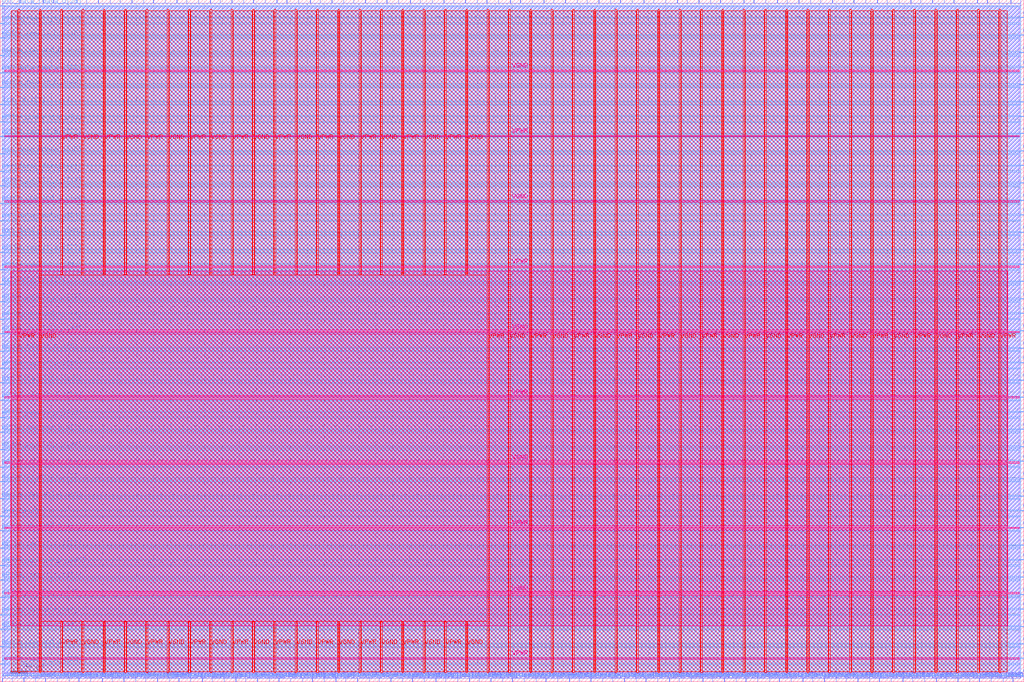
<source format=lef>
VERSION 5.7 ;
  NOWIREEXTENSIONATPIN ON ;
  DIVIDERCHAR "/" ;
  BUSBITCHARS "[]" ;
MACRO core_sram
  CLASS BLOCK ;
  FOREIGN core_sram ;
  ORIGIN 0.000 0.000 ;
  SIZE 1200.000 BY 800.000 ;
  PIN clk_i
    DIRECTION INPUT ;
    USE SIGNAL ;
    PORT
      LAYER met2 ;
        RECT 1161.590 0.000 1161.870 4.000 ;
    END
  END clk_i
  PIN debug_req_i
    DIRECTION INPUT ;
    USE SIGNAL ;
    PORT
      LAYER met3 ;
        RECT 1196.000 737.840 1200.000 738.440 ;
    END
  END debug_req_i
  PIN eFPGA_delay_o[0]
    DIRECTION OUTPUT TRISTATE ;
    USE SIGNAL ;
    PORT
      LAYER met2 ;
        RECT 1028.190 796.000 1028.470 800.000 ;
    END
  END eFPGA_delay_o[0]
  PIN eFPGA_delay_o[1]
    DIRECTION OUTPUT TRISTATE ;
    USE SIGNAL ;
    PORT
      LAYER met2 ;
        RECT 379.590 0.000 379.870 4.000 ;
    END
  END eFPGA_delay_o[1]
  PIN eFPGA_delay_o[2]
    DIRECTION OUTPUT TRISTATE ;
    USE SIGNAL ;
    PORT
      LAYER met2 ;
        RECT 1122.490 0.000 1122.770 4.000 ;
    END
  END eFPGA_delay_o[2]
  PIN eFPGA_delay_o[3]
    DIRECTION OUTPUT TRISTATE ;
    USE SIGNAL ;
    PORT
      LAYER met2 ;
        RECT 740.690 796.000 740.970 800.000 ;
    END
  END eFPGA_delay_o[3]
  PIN eFPGA_en_o
    DIRECTION OUTPUT TRISTATE ;
    USE SIGNAL ;
    PORT
      LAYER met2 ;
        RECT 349.690 796.000 349.970 800.000 ;
    END
  END eFPGA_en_o
  PIN eFPGA_fpga_done_i
    DIRECTION INPUT ;
    USE SIGNAL ;
    PORT
      LAYER met2 ;
        RECT 483.090 0.000 483.370 4.000 ;
    END
  END eFPGA_fpga_done_i
  PIN eFPGA_operand_a_o[0]
    DIRECTION OUTPUT TRISTATE ;
    USE SIGNAL ;
    PORT
      LAYER met3 ;
        RECT 1196.000 700.440 1200.000 701.040 ;
    END
  END eFPGA_operand_a_o[0]
  PIN eFPGA_operand_a_o[10]
    DIRECTION OUTPUT TRISTATE ;
    USE SIGNAL ;
    PORT
      LAYER met2 ;
        RECT 248.490 0.000 248.770 4.000 ;
    END
  END eFPGA_operand_a_o[10]
  PIN eFPGA_operand_a_o[11]
    DIRECTION OUTPUT TRISTATE ;
    USE SIGNAL ;
    PORT
      LAYER met3 ;
        RECT 0.000 656.240 4.000 656.840 ;
    END
  END eFPGA_operand_a_o[11]
  PIN eFPGA_operand_a_o[12]
    DIRECTION OUTPUT TRISTATE ;
    USE SIGNAL ;
    PORT
      LAYER met2 ;
        RECT 1097.190 0.000 1097.470 4.000 ;
    END
  END eFPGA_operand_a_o[12]
  PIN eFPGA_operand_a_o[13]
    DIRECTION OUTPUT TRISTATE ;
    USE SIGNAL ;
    PORT
      LAYER met2 ;
        RECT 340.490 0.000 340.770 4.000 ;
    END
  END eFPGA_operand_a_o[13]
  PIN eFPGA_operand_a_o[14]
    DIRECTION OUTPUT TRISTATE ;
    USE SIGNAL ;
    PORT
      LAYER met2 ;
        RECT 692.390 0.000 692.670 4.000 ;
    END
  END eFPGA_operand_a_o[14]
  PIN eFPGA_operand_a_o[15]
    DIRECTION OUTPUT TRISTATE ;
    USE SIGNAL ;
    PORT
      LAYER met2 ;
        RECT 1000.590 796.000 1000.870 800.000 ;
    END
  END eFPGA_operand_a_o[15]
  PIN eFPGA_operand_a_o[16]
    DIRECTION OUTPUT TRISTATE ;
    USE SIGNAL ;
    PORT
      LAYER met3 ;
        RECT 1196.000 374.040 1200.000 374.640 ;
    END
  END eFPGA_operand_a_o[16]
  PIN eFPGA_operand_a_o[17]
    DIRECTION OUTPUT TRISTATE ;
    USE SIGNAL ;
    PORT
      LAYER met2 ;
        RECT 883.290 796.000 883.570 800.000 ;
    END
  END eFPGA_operand_a_o[17]
  PIN eFPGA_operand_a_o[18]
    DIRECTION OUTPUT TRISTATE ;
    USE SIGNAL ;
    PORT
      LAYER met2 ;
        RECT 105.890 0.000 106.170 4.000 ;
    END
  END eFPGA_operand_a_o[18]
  PIN eFPGA_operand_a_o[19]
    DIRECTION OUTPUT TRISTATE ;
    USE SIGNAL ;
    PORT
      LAYER met2 ;
        RECT 561.290 0.000 561.570 4.000 ;
    END
  END eFPGA_operand_a_o[19]
  PIN eFPGA_operand_a_o[1]
    DIRECTION OUTPUT TRISTATE ;
    USE SIGNAL ;
    PORT
      LAYER met2 ;
        RECT 11.590 796.000 11.870 800.000 ;
    END
  END eFPGA_operand_a_o[1]
  PIN eFPGA_operand_a_o[20]
    DIRECTION OUTPUT TRISTATE ;
    USE SIGNAL ;
    PORT
      LAYER met2 ;
        RECT 232.390 796.000 232.670 800.000 ;
    END
  END eFPGA_operand_a_o[20]
  PIN eFPGA_operand_a_o[21]
    DIRECTION OUTPUT TRISTATE ;
    USE SIGNAL ;
    PORT
      LAYER met3 ;
        RECT 1196.000 622.240 1200.000 622.840 ;
    END
  END eFPGA_operand_a_o[21]
  PIN eFPGA_operand_a_o[22]
    DIRECTION OUTPUT TRISTATE ;
    USE SIGNAL ;
    PORT
      LAYER met3 ;
        RECT 1196.000 44.240 1200.000 44.840 ;
    END
  END eFPGA_operand_a_o[22]
  PIN eFPGA_operand_a_o[23]
    DIRECTION OUTPUT TRISTATE ;
    USE SIGNAL ;
    PORT
      LAYER met3 ;
        RECT 1196.000 102.040 1200.000 102.640 ;
    END
  END eFPGA_operand_a_o[23]
  PIN eFPGA_operand_a_o[24]
    DIRECTION OUTPUT TRISTATE ;
    USE SIGNAL ;
    PORT
      LAYER met3 ;
        RECT 0.000 561.040 4.000 561.640 ;
    END
  END eFPGA_operand_a_o[24]
  PIN eFPGA_operand_a_o[25]
    DIRECTION OUTPUT TRISTATE ;
    USE SIGNAL ;
    PORT
      LAYER met2 ;
        RECT 496.890 0.000 497.170 4.000 ;
    END
  END eFPGA_operand_a_o[25]
  PIN eFPGA_operand_a_o[26]
    DIRECTION OUTPUT TRISTATE ;
    USE SIGNAL ;
    PORT
      LAYER met2 ;
        RECT 1170.790 796.000 1171.070 800.000 ;
    END
  END eFPGA_operand_a_o[26]
  PIN eFPGA_operand_a_o[27]
    DIRECTION OUTPUT TRISTATE ;
    USE SIGNAL ;
    PORT
      LAYER met2 ;
        RECT 1196.090 796.000 1196.370 800.000 ;
    END
  END eFPGA_operand_a_o[27]
  PIN eFPGA_operand_a_o[28]
    DIRECTION OUTPUT TRISTATE ;
    USE SIGNAL ;
    PORT
      LAYER met2 ;
        RECT 432.490 0.000 432.770 4.000 ;
    END
  END eFPGA_operand_a_o[28]
  PIN eFPGA_operand_a_o[29]
    DIRECTION OUTPUT TRISTATE ;
    USE SIGNAL ;
    PORT
      LAYER met2 ;
        RECT 715.390 796.000 715.670 800.000 ;
    END
  END eFPGA_operand_a_o[29]
  PIN eFPGA_operand_a_o[2]
    DIRECTION OUTPUT TRISTATE ;
    USE SIGNAL ;
    PORT
      LAYER met3 ;
        RECT 1196.000 180.240 1200.000 180.840 ;
    END
  END eFPGA_operand_a_o[2]
  PIN eFPGA_operand_a_o[30]
    DIRECTION OUTPUT TRISTATE ;
    USE SIGNAL ;
    PORT
      LAYER met2 ;
        RECT 940.790 0.000 941.070 4.000 ;
    END
  END eFPGA_operand_a_o[30]
  PIN eFPGA_operand_a_o[31]
    DIRECTION OUTPUT TRISTATE ;
    USE SIGNAL ;
    PORT
      LAYER met2 ;
        RECT 609.590 796.000 609.870 800.000 ;
    END
  END eFPGA_operand_a_o[31]
  PIN eFPGA_operand_a_o[3]
    DIRECTION OUTPUT TRISTATE ;
    USE SIGNAL ;
    PORT
      LAYER met2 ;
        RECT 1069.590 0.000 1069.870 4.000 ;
    END
  END eFPGA_operand_a_o[3]
  PIN eFPGA_operand_a_o[4]
    DIRECTION OUTPUT TRISTATE ;
    USE SIGNAL ;
    PORT
      LAYER met2 ;
        RECT 975.290 796.000 975.570 800.000 ;
    END
  END eFPGA_operand_a_o[4]
  PIN eFPGA_operand_a_o[5]
    DIRECTION OUTPUT TRISTATE ;
    USE SIGNAL ;
    PORT
      LAYER met3 ;
        RECT 0.000 214.240 4.000 214.840 ;
    END
  END eFPGA_operand_a_o[5]
  PIN eFPGA_operand_a_o[6]
    DIRECTION OUTPUT TRISTATE ;
    USE SIGNAL ;
    PORT
      LAYER met2 ;
        RECT 374.990 796.000 375.270 800.000 ;
    END
  END eFPGA_operand_a_o[6]
  PIN eFPGA_operand_a_o[7]
    DIRECTION OUTPUT TRISTATE ;
    USE SIGNAL ;
    PORT
      LAYER met3 ;
        RECT 0.000 40.840 4.000 41.440 ;
    END
  END eFPGA_operand_a_o[7]
  PIN eFPGA_operand_a_o[8]
    DIRECTION OUTPUT TRISTATE ;
    USE SIGNAL ;
    PORT
      LAYER met2 ;
        RECT 809.690 0.000 809.970 4.000 ;
    END
  END eFPGA_operand_a_o[8]
  PIN eFPGA_operand_a_o[9]
    DIRECTION OUTPUT TRISTATE ;
    USE SIGNAL ;
    PORT
      LAYER met2 ;
        RECT 453.190 796.000 453.470 800.000 ;
    END
  END eFPGA_operand_a_o[9]
  PIN eFPGA_operand_b_o[0]
    DIRECTION OUTPUT TRISTATE ;
    USE SIGNAL ;
    PORT
      LAYER met2 ;
        RECT 1145.490 796.000 1145.770 800.000 ;
    END
  END eFPGA_operand_b_o[0]
  PIN eFPGA_operand_b_o[10]
    DIRECTION OUTPUT TRISTATE ;
    USE SIGNAL ;
    PORT
      LAYER met2 ;
        RECT 1117.890 796.000 1118.170 800.000 ;
    END
  END eFPGA_operand_b_o[10]
  PIN eFPGA_operand_b_o[11]
    DIRECTION OUTPUT TRISTATE ;
    USE SIGNAL ;
    PORT
      LAYER met2 ;
        RECT 545.190 796.000 545.470 800.000 ;
    END
  END eFPGA_operand_b_o[11]
  PIN eFPGA_operand_b_o[12]
    DIRECTION OUTPUT TRISTATE ;
    USE SIGNAL ;
    PORT
      LAYER met2 ;
        RECT 575.090 0.000 575.370 4.000 ;
    END
  END eFPGA_operand_b_o[12]
  PIN eFPGA_operand_b_o[13]
    DIRECTION OUTPUT TRISTATE ;
    USE SIGNAL ;
    PORT
      LAYER met3 ;
        RECT 0.000 734.440 4.000 735.040 ;
    END
  END eFPGA_operand_b_o[13]
  PIN eFPGA_operand_b_o[14]
    DIRECTION OUTPUT TRISTATE ;
    USE SIGNAL ;
    PORT
      LAYER met2 ;
        RECT 637.190 796.000 637.470 800.000 ;
    END
  END eFPGA_operand_b_o[14]
  PIN eFPGA_operand_b_o[15]
    DIRECTION OUTPUT TRISTATE ;
    USE SIGNAL ;
    PORT
      LAYER met2 ;
        RECT 335.890 796.000 336.170 800.000 ;
    END
  END eFPGA_operand_b_o[15]
  PIN eFPGA_operand_b_o[16]
    DIRECTION OUTPUT TRISTATE ;
    USE SIGNAL ;
    PORT
      LAYER met2 ;
        RECT 653.290 0.000 653.570 4.000 ;
    END
  END eFPGA_operand_b_o[16]
  PIN eFPGA_operand_b_o[17]
    DIRECTION OUTPUT TRISTATE ;
    USE SIGNAL ;
    PORT
      LAYER met2 ;
        RECT 457.790 0.000 458.070 4.000 ;
    END
  END eFPGA_operand_b_o[17]
  PIN eFPGA_operand_b_o[18]
    DIRECTION OUTPUT TRISTATE ;
    USE SIGNAL ;
    PORT
      LAYER met2 ;
        RECT 1044.290 0.000 1044.570 4.000 ;
    END
  END eFPGA_operand_b_o[18]
  PIN eFPGA_operand_b_o[19]
    DIRECTION OUTPUT TRISTATE ;
    USE SIGNAL ;
    PORT
      LAYER met2 ;
        RECT 128.890 796.000 129.170 800.000 ;
    END
  END eFPGA_operand_b_o[19]
  PIN eFPGA_operand_b_o[1]
    DIRECTION OUTPUT TRISTATE ;
    USE SIGNAL ;
    PORT
      LAYER met3 ;
        RECT 0.000 176.840 4.000 177.440 ;
    END
  END eFPGA_operand_b_o[1]
  PIN eFPGA_operand_b_o[20]
    DIRECTION OUTPUT TRISTATE ;
    USE SIGNAL ;
    PORT
      LAYER met2 ;
        RECT 404.890 0.000 405.170 4.000 ;
    END
  END eFPGA_operand_b_o[20]
  PIN eFPGA_operand_b_o[21]
    DIRECTION OUTPUT TRISTATE ;
    USE SIGNAL ;
    PORT
      LAYER met3 ;
        RECT 1196.000 431.840 1200.000 432.440 ;
    END
  END eFPGA_operand_b_o[21]
  PIN eFPGA_operand_b_o[22]
    DIRECTION OUTPUT TRISTATE ;
    USE SIGNAL ;
    PORT
      LAYER met2 ;
        RECT 676.290 796.000 676.570 800.000 ;
    END
  END eFPGA_operand_b_o[22]
  PIN eFPGA_operand_b_o[23]
    DIRECTION OUTPUT TRISTATE ;
    USE SIGNAL ;
    PORT
      LAYER met2 ;
        RECT 466.990 796.000 467.270 800.000 ;
    END
  END eFPGA_operand_b_o[23]
  PIN eFPGA_operand_b_o[24]
    DIRECTION OUTPUT TRISTATE ;
    USE SIGNAL ;
    PORT
      LAYER met2 ;
        RECT 910.890 796.000 911.170 800.000 ;
    END
  END eFPGA_operand_b_o[24]
  PIN eFPGA_operand_b_o[25]
    DIRECTION OUTPUT TRISTATE ;
    USE SIGNAL ;
    PORT
      LAYER met3 ;
        RECT 0.000 136.040 4.000 136.640 ;
    END
  END eFPGA_operand_b_o[25]
  PIN eFPGA_operand_b_o[26]
    DIRECTION OUTPUT TRISTATE ;
    USE SIGNAL ;
    PORT
      LAYER met2 ;
        RECT 756.790 0.000 757.070 4.000 ;
    END
  END eFPGA_operand_b_o[26]
  PIN eFPGA_operand_b_o[27]
    DIRECTION OUTPUT TRISTATE ;
    USE SIGNAL ;
    PORT
      LAYER met2 ;
        RECT 52.990 0.000 53.270 4.000 ;
    END
  END eFPGA_operand_b_o[27]
  PIN eFPGA_operand_b_o[28]
    DIRECTION OUTPUT TRISTATE ;
    USE SIGNAL ;
    PORT
      LAYER met2 ;
        RECT 75.990 796.000 76.270 800.000 ;
    END
  END eFPGA_operand_b_o[28]
  PIN eFPGA_operand_b_o[29]
    DIRECTION OUTPUT TRISTATE ;
    USE SIGNAL ;
    PORT
      LAYER met2 ;
        RECT 784.390 0.000 784.670 4.000 ;
    END
  END eFPGA_operand_b_o[29]
  PIN eFPGA_operand_b_o[2]
    DIRECTION OUTPUT TRISTATE ;
    USE SIGNAL ;
    PORT
      LAYER met3 ;
        RECT 1196.000 564.440 1200.000 565.040 ;
    END
  END eFPGA_operand_b_o[2]
  PIN eFPGA_operand_b_o[30]
    DIRECTION OUTPUT TRISTATE ;
    USE SIGNAL ;
    PORT
      LAYER met3 ;
        RECT 1196.000 200.640 1200.000 201.240 ;
    END
  END eFPGA_operand_b_o[30]
  PIN eFPGA_operand_b_o[31]
    DIRECTION OUTPUT TRISTATE ;
    USE SIGNAL ;
    PORT
      LAYER met2 ;
        RECT 418.690 0.000 418.970 4.000 ;
    END
  END eFPGA_operand_b_o[31]
  PIN eFPGA_operand_b_o[3]
    DIRECTION OUTPUT TRISTATE ;
    USE SIGNAL ;
    PORT
      LAYER met3 ;
        RECT 0.000 251.640 4.000 252.240 ;
    END
  END eFPGA_operand_b_o[3]
  PIN eFPGA_operand_b_o[4]
    DIRECTION OUTPUT TRISTATE ;
    USE SIGNAL ;
    PORT
      LAYER met3 ;
        RECT 0.000 425.040 4.000 425.640 ;
    END
  END eFPGA_operand_b_o[4]
  PIN eFPGA_operand_b_o[5]
    DIRECTION OUTPUT TRISTATE ;
    USE SIGNAL ;
    PORT
      LAYER met2 ;
        RECT 627.990 0.000 628.270 4.000 ;
    END
  END eFPGA_operand_b_o[5]
  PIN eFPGA_operand_b_o[6]
    DIRECTION OUTPUT TRISTATE ;
    USE SIGNAL ;
    PORT
      LAYER met2 ;
        RECT 662.490 796.000 662.770 800.000 ;
    END
  END eFPGA_operand_b_o[6]
  PIN eFPGA_operand_b_o[7]
    DIRECTION OUTPUT TRISTATE ;
    USE SIGNAL ;
    PORT
      LAYER met3 ;
        RECT 0.000 292.440 4.000 293.040 ;
    END
  END eFPGA_operand_b_o[7]
  PIN eFPGA_operand_b_o[8]
    DIRECTION OUTPUT TRISTATE ;
    USE SIGNAL ;
    PORT
      LAYER met2 ;
        RECT 805.090 796.000 805.370 800.000 ;
    END
  END eFPGA_operand_b_o[8]
  PIN eFPGA_operand_b_o[9]
    DIRECTION OUTPUT TRISTATE ;
    USE SIGNAL ;
    PORT
      LAYER met2 ;
        RECT 887.890 0.000 888.170 4.000 ;
    END
  END eFPGA_operand_b_o[9]
  PIN eFPGA_operator_o[0]
    DIRECTION OUTPUT TRISTATE ;
    USE SIGNAL ;
    PORT
      LAYER met3 ;
        RECT 0.000 78.240 4.000 78.840 ;
    END
  END eFPGA_operator_o[0]
  PIN eFPGA_operator_o[1]
    DIRECTION OUTPUT TRISTATE ;
    USE SIGNAL ;
    PORT
      LAYER met3 ;
        RECT 1196.000 547.440 1200.000 548.040 ;
    END
  END eFPGA_operator_o[1]
  PIN eFPGA_result_a_i[0]
    DIRECTION INPUT ;
    USE SIGNAL ;
    PORT
      LAYER met2 ;
        RECT 207.090 796.000 207.370 800.000 ;
    END
  END eFPGA_result_a_i[0]
  PIN eFPGA_result_a_i[10]
    DIRECTION INPUT ;
    USE SIGNAL ;
    PORT
      LAYER met3 ;
        RECT 0.000 367.240 4.000 367.840 ;
    END
  END eFPGA_result_a_i[10]
  PIN eFPGA_result_a_i[11]
    DIRECTION INPUT ;
    USE SIGNAL ;
    PORT
      LAYER met2 ;
        RECT 648.690 796.000 648.970 800.000 ;
    END
  END eFPGA_result_a_i[11]
  PIN eFPGA_result_a_i[12]
    DIRECTION INPUT ;
    USE SIGNAL ;
    PORT
      LAYER met3 ;
        RECT 0.000 581.440 4.000 582.040 ;
    END
  END eFPGA_result_a_i[12]
  PIN eFPGA_result_a_i[13]
    DIRECTION INPUT ;
    USE SIGNAL ;
    PORT
      LAYER met2 ;
        RECT 1131.690 796.000 1131.970 800.000 ;
    END
  END eFPGA_result_a_i[13]
  PIN eFPGA_result_a_i[14]
    DIRECTION INPUT ;
    USE SIGNAL ;
    PORT
      LAYER met2 ;
        RECT 179.490 796.000 179.770 800.000 ;
    END
  END eFPGA_result_a_i[14]
  PIN eFPGA_result_a_i[15]
    DIRECTION INPUT ;
    USE SIGNAL ;
    PORT
      LAYER met2 ;
        RECT 197.890 0.000 198.170 4.000 ;
    END
  END eFPGA_result_a_i[15]
  PIN eFPGA_result_a_i[16]
    DIRECTION INPUT ;
    USE SIGNAL ;
    PORT
      LAYER met2 ;
        RECT 793.590 796.000 793.870 800.000 ;
    END
  END eFPGA_result_a_i[16]
  PIN eFPGA_result_a_i[17]
    DIRECTION INPUT ;
    USE SIGNAL ;
    PORT
      LAYER met2 ;
        RECT 363.490 796.000 363.770 800.000 ;
    END
  END eFPGA_result_a_i[17]
  PIN eFPGA_result_a_i[18]
    DIRECTION INPUT ;
    USE SIGNAL ;
    PORT
      LAYER met2 ;
        RECT 193.290 796.000 193.570 800.000 ;
    END
  END eFPGA_result_a_i[18]
  PIN eFPGA_result_a_i[19]
    DIRECTION INPUT ;
    USE SIGNAL ;
    PORT
      LAYER met3 ;
        RECT 1196.000 605.240 1200.000 605.840 ;
    END
  END eFPGA_result_a_i[19]
  PIN eFPGA_result_a_i[1]
    DIRECTION INPUT ;
    USE SIGNAL ;
    PORT
      LAYER met2 ;
        RECT 639.490 0.000 639.770 4.000 ;
    END
  END eFPGA_result_a_i[1]
  PIN eFPGA_result_a_i[20]
    DIRECTION INPUT ;
    USE SIGNAL ;
    PORT
      LAYER met2 ;
        RECT 66.790 0.000 67.070 4.000 ;
    END
  END eFPGA_result_a_i[20]
  PIN eFPGA_result_a_i[21]
    DIRECTION INPUT ;
    USE SIGNAL ;
    PORT
      LAYER met2 ;
        RECT 443.990 0.000 444.270 4.000 ;
    END
  END eFPGA_result_a_i[21]
  PIN eFPGA_result_a_i[22]
    DIRECTION INPUT ;
    USE SIGNAL ;
    PORT
      LAYER met2 ;
        RECT 1175.390 0.000 1175.670 4.000 ;
    END
  END eFPGA_result_a_i[22]
  PIN eFPGA_result_a_i[23]
    DIRECTION INPUT ;
    USE SIGNAL ;
    PORT
      LAYER met3 ;
        RECT 0.000 329.840 4.000 330.440 ;
    END
  END eFPGA_result_a_i[23]
  PIN eFPGA_result_a_i[24]
    DIRECTION INPUT ;
    USE SIGNAL ;
    PORT
      LAYER met3 ;
        RECT 0.000 272.040 4.000 272.640 ;
    END
  END eFPGA_result_a_i[24]
  PIN eFPGA_result_a_i[25]
    DIRECTION INPUT ;
    USE SIGNAL ;
    PORT
      LAYER met3 ;
        RECT 0.000 20.440 4.000 21.040 ;
    END
  END eFPGA_result_a_i[25]
  PIN eFPGA_result_a_i[26]
    DIRECTION INPUT ;
    USE SIGNAL ;
    PORT
      LAYER met2 ;
        RECT 119.690 0.000 119.970 4.000 ;
    END
  END eFPGA_result_a_i[26]
  PIN eFPGA_result_a_i[27]
    DIRECTION INPUT ;
    USE SIGNAL ;
    PORT
      LAYER met3 ;
        RECT 0.000 503.240 4.000 503.840 ;
    END
  END eFPGA_result_a_i[27]
  PIN eFPGA_result_a_i[28]
    DIRECTION INPUT ;
    USE SIGNAL ;
    PORT
      LAYER met2 ;
        RECT 492.290 796.000 492.570 800.000 ;
    END
  END eFPGA_result_a_i[28]
  PIN eFPGA_result_a_i[29]
    DIRECTION INPUT ;
    USE SIGNAL ;
    PORT
      LAYER met2 ;
        RECT 731.490 0.000 731.770 4.000 ;
    END
  END eFPGA_result_a_i[29]
  PIN eFPGA_result_a_i[2]
    DIRECTION INPUT ;
    USE SIGNAL ;
    PORT
      LAYER met2 ;
        RECT 614.190 0.000 614.470 4.000 ;
    END
  END eFPGA_result_a_i[2]
  PIN eFPGA_result_a_i[30]
    DIRECTION INPUT ;
    USE SIGNAL ;
    PORT
      LAYER met3 ;
        RECT 1196.000 758.240 1200.000 758.840 ;
    END
  END eFPGA_result_a_i[30]
  PIN eFPGA_result_a_i[31]
    DIRECTION INPUT ;
    USE SIGNAL ;
    PORT
      LAYER met2 ;
        RECT 480.790 796.000 481.070 800.000 ;
    END
  END eFPGA_result_a_i[31]
  PIN eFPGA_result_a_i[3]
    DIRECTION INPUT ;
    USE SIGNAL ;
    PORT
      LAYER met2 ;
        RECT 818.890 796.000 819.170 800.000 ;
    END
  END eFPGA_result_a_i[3]
  PIN eFPGA_result_a_i[4]
    DIRECTION INPUT ;
    USE SIGNAL ;
    PORT
      LAYER met2 ;
        RECT 414.090 796.000 414.370 800.000 ;
    END
  END eFPGA_result_a_i[4]
  PIN eFPGA_result_a_i[5]
    DIRECTION INPUT ;
    USE SIGNAL ;
    PORT
      LAYER met2 ;
        RECT 170.290 0.000 170.570 4.000 ;
    END
  END eFPGA_result_a_i[5]
  PIN eFPGA_result_a_i[6]
    DIRECTION INPUT ;
    USE SIGNAL ;
    PORT
      LAYER met2 ;
        RECT 857.990 796.000 858.270 800.000 ;
    END
  END eFPGA_result_a_i[6]
  PIN eFPGA_result_a_i[7]
    DIRECTION INPUT ;
    USE SIGNAL ;
    PORT
      LAYER met2 ;
        RECT 354.290 0.000 354.570 4.000 ;
    END
  END eFPGA_result_a_i[7]
  PIN eFPGA_result_a_i[8]
    DIRECTION INPUT ;
    USE SIGNAL ;
    PORT
      LAYER met2 ;
        RECT 949.990 796.000 950.270 800.000 ;
    END
  END eFPGA_result_a_i[8]
  PIN eFPGA_result_a_i[9]
    DIRECTION INPUT ;
    USE SIGNAL ;
    PORT
      LAYER met2 ;
        RECT 427.890 796.000 428.170 800.000 ;
    END
  END eFPGA_result_a_i[9]
  PIN eFPGA_result_b_i[0]
    DIRECTION INPUT ;
    USE SIGNAL ;
    PORT
      LAYER met2 ;
        RECT 862.590 0.000 862.870 4.000 ;
    END
  END eFPGA_result_b_i[0]
  PIN eFPGA_result_b_i[10]
    DIRECTION INPUT ;
    USE SIGNAL ;
    PORT
      LAYER met3 ;
        RECT 1196.000 411.440 1200.000 412.040 ;
    END
  END eFPGA_result_b_i[10]
  PIN eFPGA_result_b_i[11]
    DIRECTION INPUT ;
    USE SIGNAL ;
    PORT
      LAYER met2 ;
        RECT 871.790 796.000 872.070 800.000 ;
    END
  END eFPGA_result_b_i[11]
  PIN eFPGA_result_b_i[12]
    DIRECTION INPUT ;
    USE SIGNAL ;
    PORT
      LAYER met3 ;
        RECT 1196.000 353.640 1200.000 354.240 ;
    END
  END eFPGA_result_b_i[12]
  PIN eFPGA_result_b_i[13]
    DIRECTION INPUT ;
    USE SIGNAL ;
    PORT
      LAYER met2 ;
        RECT 402.590 796.000 402.870 800.000 ;
    END
  END eFPGA_result_b_i[13]
  PIN eFPGA_result_b_i[14]
    DIRECTION INPUT ;
    USE SIGNAL ;
    PORT
      LAYER met2 ;
        RECT 598.090 796.000 598.370 800.000 ;
    END
  END eFPGA_result_b_i[14]
  PIN eFPGA_result_b_i[15]
    DIRECTION INPUT ;
    USE SIGNAL ;
    PORT
      LAYER met3 ;
        RECT 0.000 754.840 4.000 755.440 ;
    END
  END eFPGA_result_b_i[15]
  PIN eFPGA_result_b_i[16]
    DIRECTION INPUT ;
    USE SIGNAL ;
    PORT
      LAYER met2 ;
        RECT 1106.390 796.000 1106.670 800.000 ;
    END
  END eFPGA_result_b_i[16]
  PIN eFPGA_result_b_i[17]
    DIRECTION INPUT ;
    USE SIGNAL ;
    PORT
      LAYER met2 ;
        RECT 41.490 0.000 41.770 4.000 ;
    END
  END eFPGA_result_b_i[17]
  PIN eFPGA_result_b_i[18]
    DIRECTION INPUT ;
    USE SIGNAL ;
    PORT
      LAYER met2 ;
        RECT 13.890 0.000 14.170 4.000 ;
    END
  END eFPGA_result_b_i[18]
  PIN eFPGA_result_b_i[19]
    DIRECTION INPUT ;
    USE SIGNAL ;
    PORT
      LAYER met2 ;
        RECT 779.790 796.000 780.070 800.000 ;
    END
  END eFPGA_result_b_i[19]
  PIN eFPGA_result_b_i[1]
    DIRECTION INPUT ;
    USE SIGNAL ;
    PORT
      LAYER met2 ;
        RECT 848.790 0.000 849.070 4.000 ;
    END
  END eFPGA_result_b_i[1]
  PIN eFPGA_result_b_i[20]
    DIRECTION INPUT ;
    USE SIGNAL ;
    PORT
      LAYER met3 ;
        RECT 0.000 408.040 4.000 408.640 ;
    END
  END eFPGA_result_b_i[20]
  PIN eFPGA_result_b_i[21]
    DIRECTION INPUT ;
    USE SIGNAL ;
    PORT
      LAYER met2 ;
        RECT 584.290 796.000 584.570 800.000 ;
    END
  END eFPGA_result_b_i[21]
  PIN eFPGA_result_b_i[22]
    DIRECTION INPUT ;
    USE SIGNAL ;
    PORT
      LAYER met3 ;
        RECT 0.000 697.040 4.000 697.640 ;
    END
  END eFPGA_result_b_i[22]
  PIN eFPGA_result_b_i[23]
    DIRECTION INPUT ;
    USE SIGNAL ;
    PORT
      LAYER met2 ;
        RECT 365.790 0.000 366.070 4.000 ;
    END
  END eFPGA_result_b_i[23]
  PIN eFPGA_result_b_i[24]
    DIRECTION INPUT ;
    USE SIGNAL ;
    PORT
      LAYER met2 ;
        RECT 510.690 0.000 510.970 4.000 ;
    END
  END eFPGA_result_b_i[24]
  PIN eFPGA_result_b_i[25]
    DIRECTION INPUT ;
    USE SIGNAL ;
    PORT
      LAYER met2 ;
        RECT 795.890 0.000 796.170 4.000 ;
    END
  END eFPGA_result_b_i[25]
  PIN eFPGA_result_b_i[26]
    DIRECTION INPUT ;
    USE SIGNAL ;
    PORT
      LAYER met2 ;
        RECT 519.890 796.000 520.170 800.000 ;
    END
  END eFPGA_result_b_i[26]
  PIN eFPGA_result_b_i[27]
    DIRECTION INPUT ;
    USE SIGNAL ;
    PORT
      LAYER met3 ;
        RECT 0.000 639.240 4.000 639.840 ;
    END
  END eFPGA_result_b_i[27]
  PIN eFPGA_result_b_i[28]
    DIRECTION INPUT ;
    USE SIGNAL ;
    PORT
      LAYER met3 ;
        RECT 1196.000 778.640 1200.000 779.240 ;
    END
  END eFPGA_result_b_i[28]
  PIN eFPGA_result_b_i[29]
    DIRECTION INPUT ;
    USE SIGNAL ;
    PORT
      LAYER met2 ;
        RECT 1184.590 796.000 1184.870 800.000 ;
    END
  END eFPGA_result_b_i[29]
  PIN eFPGA_result_b_i[2]
    DIRECTION INPUT ;
    USE SIGNAL ;
    PORT
      LAYER met2 ;
        RECT 154.190 796.000 154.470 800.000 ;
    END
  END eFPGA_result_b_i[2]
  PIN eFPGA_result_b_i[30]
    DIRECTION INPUT ;
    USE SIGNAL ;
    PORT
      LAYER met3 ;
        RECT 0.000 771.840 4.000 772.440 ;
    END
  END eFPGA_result_b_i[30]
  PIN eFPGA_result_b_i[31]
    DIRECTION INPUT ;
    USE SIGNAL ;
    PORT
      LAYER met2 ;
        RECT 966.090 0.000 966.370 4.000 ;
    END
  END eFPGA_result_b_i[31]
  PIN eFPGA_result_b_i[3]
    DIRECTION INPUT ;
    USE SIGNAL ;
    PORT
      LAYER met2 ;
        RECT 961.490 796.000 961.770 800.000 ;
    END
  END eFPGA_result_b_i[3]
  PIN eFPGA_result_b_i[4]
    DIRECTION INPUT ;
    USE SIGNAL ;
    PORT
      LAYER met2 ;
        RECT 1156.990 796.000 1157.270 800.000 ;
    END
  END eFPGA_result_b_i[4]
  PIN eFPGA_result_b_i[5]
    DIRECTION INPUT ;
    USE SIGNAL ;
    PORT
      LAYER met3 ;
        RECT 0.000 387.640 4.000 388.240 ;
    END
  END eFPGA_result_b_i[5]
  PIN eFPGA_result_b_i[6]
    DIRECTION INPUT ;
    USE SIGNAL ;
    PORT
      LAYER met2 ;
        RECT 326.690 0.000 326.970 4.000 ;
    END
  END eFPGA_result_b_i[6]
  PIN eFPGA_result_b_i[7]
    DIRECTION INPUT ;
    USE SIGNAL ;
    PORT
      LAYER met2 ;
        RECT 1147.790 0.000 1148.070 4.000 ;
    END
  END eFPGA_result_b_i[7]
  PIN eFPGA_result_b_i[8]
    DIRECTION INPUT ;
    USE SIGNAL ;
    PORT
      LAYER met2 ;
        RECT 823.490 0.000 823.770 4.000 ;
    END
  END eFPGA_result_b_i[8]
  PIN eFPGA_result_b_i[9]
    DIRECTION INPUT ;
    USE SIGNAL ;
    PORT
      LAYER met2 ;
        RECT 388.790 796.000 389.070 800.000 ;
    END
  END eFPGA_result_b_i[9]
  PIN eFPGA_result_c_i[0]
    DIRECTION INPUT ;
    USE SIGNAL ;
    PORT
      LAYER met2 ;
        RECT 558.990 796.000 559.270 800.000 ;
    END
  END eFPGA_result_c_i[0]
  PIN eFPGA_result_c_i[10]
    DIRECTION INPUT ;
    USE SIGNAL ;
    PORT
      LAYER met2 ;
        RECT 765.990 796.000 766.270 800.000 ;
    END
  END eFPGA_result_c_i[10]
  PIN eFPGA_result_c_i[11]
    DIRECTION INPUT ;
    USE SIGNAL ;
    PORT
      LAYER met2 ;
        RECT 158.790 0.000 159.070 4.000 ;
    END
  END eFPGA_result_c_i[11]
  PIN eFPGA_result_c_i[12]
    DIRECTION INPUT ;
    USE SIGNAL ;
    PORT
      LAYER met3 ;
        RECT 0.000 119.040 4.000 119.640 ;
    END
  END eFPGA_result_c_i[12]
  PIN eFPGA_result_c_i[13]
    DIRECTION INPUT ;
    USE SIGNAL ;
    PORT
      LAYER met2 ;
        RECT 979.890 0.000 980.170 4.000 ;
    END
  END eFPGA_result_c_i[13]
  PIN eFPGA_result_c_i[14]
    DIRECTION INPUT ;
    USE SIGNAL ;
    PORT
      LAYER met2 ;
        RECT 623.390 796.000 623.670 800.000 ;
    END
  END eFPGA_result_c_i[14]
  PIN eFPGA_result_c_i[15]
    DIRECTION INPUT ;
    USE SIGNAL ;
    PORT
      LAYER met3 ;
        RECT 1196.000 85.040 1200.000 85.640 ;
    END
  END eFPGA_result_c_i[15]
  PIN eFPGA_result_c_i[16]
    DIRECTION INPUT ;
    USE SIGNAL ;
    PORT
      LAYER met2 ;
        RECT 80.590 0.000 80.870 4.000 ;
    END
  END eFPGA_result_c_i[16]
  PIN eFPGA_result_c_i[17]
    DIRECTION INPUT ;
    USE SIGNAL ;
    PORT
      LAYER met3 ;
        RECT 0.000 445.440 4.000 446.040 ;
    END
  END eFPGA_result_c_i[17]
  PIN eFPGA_result_c_i[18]
    DIRECTION INPUT ;
    USE SIGNAL ;
    PORT
      LAYER met3 ;
        RECT 0.000 309.440 4.000 310.040 ;
    END
  END eFPGA_result_c_i[18]
  PIN eFPGA_result_c_i[19]
    DIRECTION INPUT ;
    USE SIGNAL ;
    PORT
      LAYER met2 ;
        RECT 901.690 0.000 901.970 4.000 ;
    END
  END eFPGA_result_c_i[19]
  PIN eFPGA_result_c_i[1]
    DIRECTION INPUT ;
    USE SIGNAL ;
    PORT
      LAYER met2 ;
        RECT 1005.190 0.000 1005.470 4.000 ;
    END
  END eFPGA_result_c_i[1]
  PIN eFPGA_result_c_i[20]
    DIRECTION INPUT ;
    USE SIGNAL ;
    PORT
      LAYER met3 ;
        RECT 1196.000 6.840 1200.000 7.440 ;
    END
  END eFPGA_result_c_i[20]
  PIN eFPGA_result_c_i[21]
    DIRECTION INPUT ;
    USE SIGNAL ;
    PORT
      LAYER met3 ;
        RECT 1196.000 142.840 1200.000 143.440 ;
    END
  END eFPGA_result_c_i[21]
  PIN eFPGA_result_c_i[22]
    DIRECTION INPUT ;
    USE SIGNAL ;
    PORT
      LAYER met2 ;
        RECT 2.390 0.000 2.670 4.000 ;
    END
  END eFPGA_result_c_i[22]
  PIN eFPGA_result_c_i[23]
    DIRECTION INPUT ;
    USE SIGNAL ;
    PORT
      LAYER met2 ;
        RECT 144.990 0.000 145.270 4.000 ;
    END
  END eFPGA_result_c_i[23]
  PIN eFPGA_result_c_i[24]
    DIRECTION INPUT ;
    USE SIGNAL ;
    PORT
      LAYER met2 ;
        RECT 301.390 0.000 301.670 4.000 ;
    END
  END eFPGA_result_c_i[24]
  PIN eFPGA_result_c_i[25]
    DIRECTION INPUT ;
    USE SIGNAL ;
    PORT
      LAYER met3 ;
        RECT 0.000 61.240 4.000 61.840 ;
    END
  END eFPGA_result_c_i[25]
  PIN eFPGA_result_c_i[26]
    DIRECTION INPUT ;
    USE SIGNAL ;
    PORT
      LAYER met2 ;
        RECT 131.190 0.000 131.470 4.000 ;
    END
  END eFPGA_result_c_i[26]
  PIN eFPGA_result_c_i[27]
    DIRECTION INPUT ;
    USE SIGNAL ;
    PORT
      LAYER met3 ;
        RECT 0.000 156.440 4.000 157.040 ;
    END
  END eFPGA_result_c_i[27]
  PIN eFPGA_result_c_i[28]
    DIRECTION INPUT ;
    USE SIGNAL ;
    PORT
      LAYER met2 ;
        RECT 271.490 796.000 271.770 800.000 ;
    END
  END eFPGA_result_c_i[28]
  PIN eFPGA_result_c_i[29]
    DIRECTION INPUT ;
    USE SIGNAL ;
    PORT
      LAYER met2 ;
        RECT 89.790 796.000 90.070 800.000 ;
    END
  END eFPGA_result_c_i[29]
  PIN eFPGA_result_c_i[2]
    DIRECTION INPUT ;
    USE SIGNAL ;
    PORT
      LAYER met2 ;
        RECT 834.990 0.000 835.270 4.000 ;
    END
  END eFPGA_result_c_i[2]
  PIN eFPGA_result_c_i[30]
    DIRECTION INPUT ;
    USE SIGNAL ;
    PORT
      LAYER met2 ;
        RECT 936.190 796.000 936.470 800.000 ;
    END
  END eFPGA_result_c_i[30]
  PIN eFPGA_result_c_i[31]
    DIRECTION INPUT ;
    USE SIGNAL ;
    PORT
      LAYER met3 ;
        RECT 0.000 482.840 4.000 483.440 ;
    END
  END eFPGA_result_c_i[31]
  PIN eFPGA_result_c_i[3]
    DIRECTION INPUT ;
    USE SIGNAL ;
    PORT
      LAYER met2 ;
        RECT 50.690 796.000 50.970 800.000 ;
    END
  END eFPGA_result_c_i[3]
  PIN eFPGA_result_c_i[4]
    DIRECTION INPUT ;
    USE SIGNAL ;
    PORT
      LAYER met2 ;
        RECT 667.090 0.000 667.370 4.000 ;
    END
  END eFPGA_result_c_i[4]
  PIN eFPGA_result_c_i[5]
    DIRECTION INPUT ;
    USE SIGNAL ;
    PORT
      LAYER met3 ;
        RECT 1196.000 333.240 1200.000 333.840 ;
    END
  END eFPGA_result_c_i[5]
  PIN eFPGA_result_c_i[6]
    DIRECTION INPUT ;
    USE SIGNAL ;
    PORT
      LAYER met2 ;
        RECT 570.490 796.000 570.770 800.000 ;
    END
  END eFPGA_result_c_i[6]
  PIN eFPGA_result_c_i[7]
    DIRECTION INPUT ;
    USE SIGNAL ;
    PORT
      LAYER met2 ;
        RECT 1039.690 796.000 1039.970 800.000 ;
    END
  END eFPGA_result_c_i[7]
  PIN eFPGA_result_c_i[8]
    DIRECTION INPUT ;
    USE SIGNAL ;
    PORT
      LAYER met3 ;
        RECT 0.000 98.640 4.000 99.240 ;
    END
  END eFPGA_result_c_i[8]
  PIN eFPGA_result_c_i[9]
    DIRECTION INPUT ;
    USE SIGNAL ;
    PORT
      LAYER met3 ;
        RECT 1196.000 275.440 1200.000 276.040 ;
    END
  END eFPGA_result_c_i[9]
  PIN eFPGA_write_strobe_o
    DIRECTION OUTPUT TRISTATE ;
    USE SIGNAL ;
    PORT
      LAYER met2 ;
        RECT 296.790 796.000 297.070 800.000 ;
    END
  END eFPGA_write_strobe_o
  PIN ext_data_addr_i[0]
    DIRECTION INPUT ;
    USE SIGNAL ;
    PORT
      LAYER met2 ;
        RECT 1083.390 0.000 1083.670 4.000 ;
    END
  END ext_data_addr_i[0]
  PIN ext_data_addr_i[1]
    DIRECTION INPUT ;
    USE SIGNAL ;
    PORT
      LAYER met2 ;
        RECT 1067.290 796.000 1067.570 800.000 ;
    END
  END ext_data_addr_i[1]
  PIN ext_data_addr_i[2]
    DIRECTION INPUT ;
    USE SIGNAL ;
    PORT
      LAYER met2 ;
        RECT 522.190 0.000 522.470 4.000 ;
    END
  END ext_data_addr_i[2]
  PIN ext_data_addr_i[3]
    DIRECTION INPUT ;
    USE SIGNAL ;
    PORT
      LAYER met2 ;
        RECT 27.690 0.000 27.970 4.000 ;
    END
  END ext_data_addr_i[3]
  PIN ext_data_addr_i[4]
    DIRECTION INPUT ;
    USE SIGNAL ;
    PORT
      LAYER met2 ;
        RECT 209.390 0.000 209.670 4.000 ;
    END
  END ext_data_addr_i[4]
  PIN ext_data_addr_i[5]
    DIRECTION INPUT ;
    USE SIGNAL ;
    PORT
      LAYER met2 ;
        RECT 1058.090 0.000 1058.370 4.000 ;
    END
  END ext_data_addr_i[5]
  PIN ext_data_addr_i[6]
    DIRECTION INPUT ;
    USE SIGNAL ;
    PORT
      LAYER met2 ;
        RECT 92.090 0.000 92.370 4.000 ;
    END
  END ext_data_addr_i[6]
  PIN ext_data_addr_i[7]
    DIRECTION INPUT ;
    USE SIGNAL ;
    PORT
      LAYER met2 ;
        RECT 770.590 0.000 770.870 4.000 ;
    END
  END ext_data_addr_i[7]
  PIN ext_data_addr_i[8]
    DIRECTION INPUT ;
    USE SIGNAL ;
    PORT
      LAYER met2 ;
        RECT 310.590 796.000 310.870 800.000 ;
    END
  END ext_data_addr_i[8]
  PIN ext_data_addr_i[9]
    DIRECTION INPUT ;
    USE SIGNAL ;
    PORT
      LAYER met2 ;
        RECT 952.290 0.000 952.570 4.000 ;
    END
  END ext_data_addr_i[9]
  PIN ext_data_be_i[0]
    DIRECTION INPUT ;
    USE SIGNAL ;
    PORT
      LAYER met3 ;
        RECT 0.000 465.840 4.000 466.440 ;
    END
  END ext_data_be_i[0]
  PIN ext_data_be_i[1]
    DIRECTION INPUT ;
    USE SIGNAL ;
    PORT
      LAYER met3 ;
        RECT 1196.000 448.840 1200.000 449.440 ;
    END
  END ext_data_be_i[1]
  PIN ext_data_be_i[2]
    DIRECTION INPUT ;
    USE SIGNAL ;
    PORT
      LAYER met2 ;
        RECT 23.090 796.000 23.370 800.000 ;
    END
  END ext_data_be_i[2]
  PIN ext_data_be_i[3]
    DIRECTION INPUT ;
    USE SIGNAL ;
    PORT
      LAYER met3 ;
        RECT 1196.000 663.040 1200.000 663.640 ;
    END
  END ext_data_be_i[3]
  PIN ext_data_rdata_o[0]
    DIRECTION OUTPUT TRISTATE ;
    USE SIGNAL ;
    PORT
      LAYER met2 ;
        RECT 257.690 796.000 257.970 800.000 ;
    END
  END ext_data_rdata_o[0]
  PIN ext_data_rdata_o[10]
    DIRECTION OUTPUT TRISTATE ;
    USE SIGNAL ;
    PORT
      LAYER met3 ;
        RECT 1196.000 159.840 1200.000 160.440 ;
    END
  END ext_data_rdata_o[10]
  PIN ext_data_rdata_o[11]
    DIRECTION OUTPUT TRISTATE ;
    USE SIGNAL ;
    PORT
      LAYER met2 ;
        RECT 991.390 0.000 991.670 4.000 ;
    END
  END ext_data_rdata_o[11]
  PIN ext_data_rdata_o[12]
    DIRECTION OUTPUT TRISTATE ;
    USE SIGNAL ;
    PORT
      LAYER met2 ;
        RECT 236.990 0.000 237.270 4.000 ;
    END
  END ext_data_rdata_o[12]
  PIN ext_data_rdata_o[13]
    DIRECTION OUTPUT TRISTATE ;
    USE SIGNAL ;
    PORT
      LAYER met2 ;
        RECT 1078.790 796.000 1079.070 800.000 ;
    END
  END ext_data_rdata_o[13]
  PIN ext_data_rdata_o[14]
    DIRECTION OUTPUT TRISTATE ;
    USE SIGNAL ;
    PORT
      LAYER met2 ;
        RECT 167.990 796.000 168.270 800.000 ;
    END
  END ext_data_rdata_o[14]
  PIN ext_data_rdata_o[15]
    DIRECTION OUTPUT TRISTATE ;
    USE SIGNAL ;
    PORT
      LAYER met2 ;
        RECT 726.890 796.000 727.170 800.000 ;
    END
  END ext_data_rdata_o[15]
  PIN ext_data_rdata_o[16]
    DIRECTION OUTPUT TRISTATE ;
    USE SIGNAL ;
    PORT
      LAYER met2 ;
        RECT 832.690 796.000 832.970 800.000 ;
    END
  END ext_data_rdata_o[16]
  PIN ext_data_rdata_o[17]
    DIRECTION OUTPUT TRISTATE ;
    USE SIGNAL ;
    PORT
      LAYER met2 ;
        RECT 926.990 0.000 927.270 4.000 ;
    END
  END ext_data_rdata_o[17]
  PIN ext_data_rdata_o[18]
    DIRECTION OUTPUT TRISTATE ;
    USE SIGNAL ;
    PORT
      LAYER met2 ;
        RECT 324.390 796.000 324.670 800.000 ;
    END
  END ext_data_rdata_o[18]
  PIN ext_data_rdata_o[19]
    DIRECTION OUTPUT TRISTATE ;
    USE SIGNAL ;
    PORT
      LAYER met2 ;
        RECT 441.690 796.000 441.970 800.000 ;
    END
  END ext_data_rdata_o[19]
  PIN ext_data_rdata_o[1]
    DIRECTION OUTPUT TRISTATE ;
    USE SIGNAL ;
    PORT
      LAYER met2 ;
        RECT 218.590 796.000 218.870 800.000 ;
    END
  END ext_data_rdata_o[1]
  PIN ext_data_rdata_o[20]
    DIRECTION OUTPUT TRISTATE ;
    USE SIGNAL ;
    PORT
      LAYER met2 ;
        RECT 989.090 796.000 989.370 800.000 ;
    END
  END ext_data_rdata_o[20]
  PIN ext_data_rdata_o[21]
    DIRECTION OUTPUT TRISTATE ;
    USE SIGNAL ;
    PORT
      LAYER met3 ;
        RECT 1196.000 27.240 1200.000 27.840 ;
    END
  END ext_data_rdata_o[21]
  PIN ext_data_rdata_o[22]
    DIRECTION OUTPUT TRISTATE ;
    USE SIGNAL ;
    PORT
      LAYER met2 ;
        RECT 140.390 796.000 140.670 800.000 ;
    END
  END ext_data_rdata_o[22]
  PIN ext_data_rdata_o[23]
    DIRECTION OUTPUT TRISTATE ;
    USE SIGNAL ;
    PORT
      LAYER met2 ;
        RECT 285.290 796.000 285.570 800.000 ;
    END
  END ext_data_rdata_o[23]
  PIN ext_data_rdata_o[24]
    DIRECTION OUTPUT TRISTATE ;
    USE SIGNAL ;
    PORT
      LAYER met3 ;
        RECT 0.000 540.640 4.000 541.240 ;
    END
  END ext_data_rdata_o[24]
  PIN ext_data_rdata_o[25]
    DIRECTION OUTPUT TRISTATE ;
    USE SIGNAL ;
    PORT
      LAYER met3 ;
        RECT 0.000 523.640 4.000 524.240 ;
    END
  END ext_data_rdata_o[25]
  PIN ext_data_rdata_o[26]
    DIRECTION OUTPUT TRISTATE ;
    USE SIGNAL ;
    PORT
      LAYER met2 ;
        RECT 62.190 796.000 62.470 800.000 ;
    END
  END ext_data_rdata_o[26]
  PIN ext_data_rdata_o[27]
    DIRECTION OUTPUT TRISTATE ;
    USE SIGNAL ;
    PORT
      LAYER met2 ;
        RECT 1186.890 0.000 1187.170 4.000 ;
    END
  END ext_data_rdata_o[27]
  PIN ext_data_rdata_o[28]
    DIRECTION OUTPUT TRISTATE ;
    USE SIGNAL ;
    PORT
      LAYER met3 ;
        RECT 0.000 792.240 4.000 792.840 ;
    END
  END ext_data_rdata_o[28]
  PIN ext_data_rdata_o[29]
    DIRECTION OUTPUT TRISTATE ;
    USE SIGNAL ;
    PORT
      LAYER met3 ;
        RECT 0.000 350.240 4.000 350.840 ;
    END
  END ext_data_rdata_o[29]
  PIN ext_data_rdata_o[2]
    DIRECTION OUTPUT TRISTATE ;
    USE SIGNAL ;
    PORT
      LAYER met3 ;
        RECT 0.000 598.440 4.000 599.040 ;
    END
  END ext_data_rdata_o[2]
  PIN ext_data_rdata_o[30]
    DIRECTION OUTPUT TRISTATE ;
    USE SIGNAL ;
    PORT
      LAYER met2 ;
        RECT 1030.490 0.000 1030.770 4.000 ;
    END
  END ext_data_rdata_o[30]
  PIN ext_data_rdata_o[31]
    DIRECTION OUTPUT TRISTATE ;
    USE SIGNAL ;
    PORT
      LAYER met2 ;
        RECT 315.190 0.000 315.470 4.000 ;
    END
  END ext_data_rdata_o[31]
  PIN ext_data_rdata_o[3]
    DIRECTION OUTPUT TRISTATE ;
    USE SIGNAL ;
    PORT
      LAYER met3 ;
        RECT 1196.000 584.840 1200.000 585.440 ;
    END
  END ext_data_rdata_o[3]
  PIN ext_data_rdata_o[4]
    DIRECTION OUTPUT TRISTATE ;
    USE SIGNAL ;
    PORT
      LAYER met2 ;
        RECT 506.090 796.000 506.370 800.000 ;
    END
  END ext_data_rdata_o[4]
  PIN ext_data_rdata_o[5]
    DIRECTION OUTPUT TRISTATE ;
    USE SIGNAL ;
    PORT
      LAYER met3 ;
        RECT 1196.000 642.640 1200.000 643.240 ;
    END
  END ext_data_rdata_o[5]
  PIN ext_data_rdata_o[6]
    DIRECTION OUTPUT TRISTATE ;
    USE SIGNAL ;
    PORT
      LAYER met3 ;
        RECT 1196.000 122.440 1200.000 123.040 ;
    END
  END ext_data_rdata_o[6]
  PIN ext_data_rdata_o[7]
    DIRECTION OUTPUT TRISTATE ;
    USE SIGNAL ;
    PORT
      LAYER met2 ;
        RECT 223.190 0.000 223.470 4.000 ;
    END
  END ext_data_rdata_o[7]
  PIN ext_data_rdata_o[8]
    DIRECTION OUTPUT TRISTATE ;
    USE SIGNAL ;
    PORT
      LAYER met3 ;
        RECT 1196.000 720.840 1200.000 721.440 ;
    END
  END ext_data_rdata_o[8]
  PIN ext_data_rdata_o[9]
    DIRECTION OUTPUT TRISTATE ;
    USE SIGNAL ;
    PORT
      LAYER met2 ;
        RECT 184.090 0.000 184.370 4.000 ;
    END
  END ext_data_rdata_o[9]
  PIN ext_data_req_i
    DIRECTION INPUT ;
    USE SIGNAL ;
    PORT
      LAYER met3 ;
        RECT 1196.000 295.840 1200.000 296.440 ;
    END
  END ext_data_req_i
  PIN ext_data_rvalid_o
    DIRECTION OUTPUT TRISTATE ;
    USE SIGNAL ;
    PORT
      LAYER met3 ;
        RECT 1196.000 506.640 1200.000 507.240 ;
    END
  END ext_data_rvalid_o
  PIN ext_data_wdata_i[0]
    DIRECTION INPUT ;
    USE SIGNAL ;
    PORT
      LAYER met2 ;
        RECT 678.590 0.000 678.870 4.000 ;
    END
  END ext_data_wdata_i[0]
  PIN ext_data_wdata_i[10]
    DIRECTION INPUT ;
    USE SIGNAL ;
    PORT
      LAYER met2 ;
        RECT 1136.290 0.000 1136.570 4.000 ;
    END
  END ext_data_wdata_i[10]
  PIN ext_data_wdata_i[11]
    DIRECTION INPUT ;
    USE SIGNAL ;
    PORT
      LAYER met2 ;
        RECT 706.190 0.000 706.470 4.000 ;
    END
  END ext_data_wdata_i[11]
  PIN ext_data_wdata_i[12]
    DIRECTION INPUT ;
    USE SIGNAL ;
    PORT
      LAYER met3 ;
        RECT 1196.000 217.640 1200.000 218.240 ;
    END
  END ext_data_wdata_i[12]
  PIN ext_data_wdata_i[13]
    DIRECTION INPUT ;
    USE SIGNAL ;
    PORT
      LAYER met2 ;
        RECT 287.590 0.000 287.870 4.000 ;
    END
  END ext_data_wdata_i[13]
  PIN ext_data_wdata_i[14]
    DIRECTION INPUT ;
    USE SIGNAL ;
    PORT
      LAYER met2 ;
        RECT 844.190 796.000 844.470 800.000 ;
    END
  END ext_data_wdata_i[14]
  PIN ext_data_wdata_i[15]
    DIRECTION INPUT ;
    USE SIGNAL ;
    PORT
      LAYER met3 ;
        RECT 0.000 618.840 4.000 619.440 ;
    END
  END ext_data_wdata_i[15]
  PIN ext_data_wdata_i[16]
    DIRECTION INPUT ;
    USE SIGNAL ;
    PORT
      LAYER met2 ;
        RECT 115.090 796.000 115.370 800.000 ;
    END
  END ext_data_wdata_i[16]
  PIN ext_data_wdata_i[17]
    DIRECTION INPUT ;
    USE SIGNAL ;
    PORT
      LAYER met2 ;
        RECT 874.090 0.000 874.370 4.000 ;
    END
  END ext_data_wdata_i[17]
  PIN ext_data_wdata_i[18]
    DIRECTION INPUT ;
    USE SIGNAL ;
    PORT
      LAYER met2 ;
        RECT 1053.490 796.000 1053.770 800.000 ;
    END
  END ext_data_wdata_i[18]
  PIN ext_data_wdata_i[19]
    DIRECTION INPUT ;
    USE SIGNAL ;
    PORT
      LAYER met2 ;
        RECT 588.890 0.000 589.170 4.000 ;
    END
  END ext_data_wdata_i[19]
  PIN ext_data_wdata_i[1]
    DIRECTION INPUT ;
    USE SIGNAL ;
    PORT
      LAYER met2 ;
        RECT 1108.690 0.000 1108.970 4.000 ;
    END
  END ext_data_wdata_i[1]
  PIN ext_data_wdata_i[20]
    DIRECTION INPUT ;
    USE SIGNAL ;
    PORT
      LAYER met2 ;
        RECT 36.890 796.000 37.170 800.000 ;
    END
  END ext_data_wdata_i[20]
  PIN ext_data_wdata_i[21]
    DIRECTION INPUT ;
    USE SIGNAL ;
    PORT
      LAYER met3 ;
        RECT 1196.000 64.640 1200.000 65.240 ;
    END
  END ext_data_wdata_i[21]
  PIN ext_data_wdata_i[22]
    DIRECTION INPUT ;
    USE SIGNAL ;
    PORT
      LAYER met3 ;
        RECT 1196.000 527.040 1200.000 527.640 ;
    END
  END ext_data_wdata_i[22]
  PIN ext_data_wdata_i[23]
    DIRECTION INPUT ;
    USE SIGNAL ;
    PORT
      LAYER met2 ;
        RECT 745.290 0.000 745.570 4.000 ;
    END
  END ext_data_wdata_i[23]
  PIN ext_data_wdata_i[24]
    DIRECTION INPUT ;
    USE SIGNAL ;
    PORT
      LAYER met3 ;
        RECT 1196.000 238.040 1200.000 238.640 ;
    END
  END ext_data_wdata_i[24]
  PIN ext_data_wdata_i[25]
    DIRECTION INPUT ;
    USE SIGNAL ;
    PORT
      LAYER met2 ;
        RECT 600.390 0.000 600.670 4.000 ;
    END
  END ext_data_wdata_i[25]
  PIN ext_data_wdata_i[26]
    DIRECTION INPUT ;
    USE SIGNAL ;
    PORT
      LAYER met2 ;
        RECT 754.490 796.000 754.770 800.000 ;
    END
  END ext_data_wdata_i[26]
  PIN ext_data_wdata_i[27]
    DIRECTION INPUT ;
    USE SIGNAL ;
    PORT
      LAYER met2 ;
        RECT 701.590 796.000 701.870 800.000 ;
    END
  END ext_data_wdata_i[27]
  PIN ext_data_wdata_i[28]
    DIRECTION INPUT ;
    USE SIGNAL ;
    PORT
      LAYER met3 ;
        RECT 0.000 714.040 4.000 714.640 ;
    END
  END ext_data_wdata_i[28]
  PIN ext_data_wdata_i[29]
    DIRECTION INPUT ;
    USE SIGNAL ;
    PORT
      LAYER met2 ;
        RECT 246.190 796.000 246.470 800.000 ;
    END
  END ext_data_wdata_i[29]
  PIN ext_data_wdata_i[2]
    DIRECTION INPUT ;
    USE SIGNAL ;
    PORT
      LAYER met2 ;
        RECT 101.290 796.000 101.570 800.000 ;
    END
  END ext_data_wdata_i[2]
  PIN ext_data_wdata_i[30]
    DIRECTION INPUT ;
    USE SIGNAL ;
    PORT
      LAYER met2 ;
        RECT 1092.590 796.000 1092.870 800.000 ;
    END
  END ext_data_wdata_i[30]
  PIN ext_data_wdata_i[31]
    DIRECTION INPUT ;
    USE SIGNAL ;
    PORT
      LAYER met2 ;
        RECT 717.690 0.000 717.970 4.000 ;
    END
  END ext_data_wdata_i[31]
  PIN ext_data_wdata_i[3]
    DIRECTION INPUT ;
    USE SIGNAL ;
    PORT
      LAYER met3 ;
        RECT 1196.000 391.040 1200.000 391.640 ;
    END
  END ext_data_wdata_i[3]
  PIN ext_data_wdata_i[4]
    DIRECTION INPUT ;
    USE SIGNAL ;
    PORT
      LAYER met3 ;
        RECT 1196.000 258.440 1200.000 259.040 ;
    END
  END ext_data_wdata_i[4]
  PIN ext_data_wdata_i[5]
    DIRECTION INPUT ;
    USE SIGNAL ;
    PORT
      LAYER met3 ;
        RECT 0.000 234.640 4.000 235.240 ;
    END
  END ext_data_wdata_i[5]
  PIN ext_data_wdata_i[6]
    DIRECTION INPUT ;
    USE SIGNAL ;
    PORT
      LAYER met2 ;
        RECT 549.790 0.000 550.070 4.000 ;
    END
  END ext_data_wdata_i[6]
  PIN ext_data_wdata_i[7]
    DIRECTION INPUT ;
    USE SIGNAL ;
    PORT
      LAYER met2 ;
        RECT 276.090 0.000 276.370 4.000 ;
    END
  END ext_data_wdata_i[7]
  PIN ext_data_wdata_i[8]
    DIRECTION INPUT ;
    USE SIGNAL ;
    PORT
      LAYER met2 ;
        RECT 913.190 0.000 913.470 4.000 ;
    END
  END ext_data_wdata_i[8]
  PIN ext_data_wdata_i[9]
    DIRECTION INPUT ;
    USE SIGNAL ;
    PORT
      LAYER met3 ;
        RECT 1196.000 489.640 1200.000 490.240 ;
    END
  END ext_data_wdata_i[9]
  PIN ext_data_we_i
    DIRECTION INPUT ;
    USE SIGNAL ;
    PORT
      LAYER met2 ;
        RECT 897.090 796.000 897.370 800.000 ;
    END
  END ext_data_we_i
  PIN fetch_enable_i
    DIRECTION INPUT ;
    USE SIGNAL ;
    PORT
      LAYER met2 ;
        RECT 471.590 0.000 471.870 4.000 ;
    END
  END fetch_enable_i
  PIN irq_ack_o
    DIRECTION OUTPUT TRISTATE ;
    USE SIGNAL ;
    PORT
      LAYER met2 ;
        RECT 262.290 0.000 262.570 4.000 ;
    END
  END irq_ack_o
  PIN irq_i
    DIRECTION INPUT ;
    USE SIGNAL ;
    PORT
      LAYER met3 ;
        RECT 1196.000 680.040 1200.000 680.640 ;
    END
  END irq_i
  PIN irq_id_i[0]
    DIRECTION INPUT ;
    USE SIGNAL ;
    PORT
      LAYER met2 ;
        RECT 535.990 0.000 536.270 4.000 ;
    END
  END irq_id_i[0]
  PIN irq_id_i[1]
    DIRECTION INPUT ;
    USE SIGNAL ;
    PORT
      LAYER met3 ;
        RECT 0.000 676.640 4.000 677.240 ;
    END
  END irq_id_i[1]
  PIN irq_id_i[2]
    DIRECTION INPUT ;
    USE SIGNAL ;
    PORT
      LAYER met2 ;
        RECT 1014.390 796.000 1014.670 800.000 ;
    END
  END irq_id_i[2]
  PIN irq_id_i[3]
    DIRECTION INPUT ;
    USE SIGNAL ;
    PORT
      LAYER met2 ;
        RECT 687.790 796.000 688.070 800.000 ;
    END
  END irq_id_i[3]
  PIN irq_id_i[4]
    DIRECTION INPUT ;
    USE SIGNAL ;
    PORT
      LAYER met2 ;
        RECT 531.390 796.000 531.670 800.000 ;
    END
  END irq_id_i[4]
  PIN irq_id_o[0]
    DIRECTION OUTPUT TRISTATE ;
    USE SIGNAL ;
    PORT
      LAYER met2 ;
        RECT 1018.990 0.000 1019.270 4.000 ;
    END
  END irq_id_o[0]
  PIN irq_id_o[1]
    DIRECTION OUTPUT TRISTATE ;
    USE SIGNAL ;
    PORT
      LAYER met3 ;
        RECT 1196.000 469.240 1200.000 469.840 ;
    END
  END irq_id_o[1]
  PIN irq_id_o[2]
    DIRECTION OUTPUT TRISTATE ;
    USE SIGNAL ;
    PORT
      LAYER met3 ;
        RECT 0.000 193.840 4.000 194.440 ;
    END
  END irq_id_o[2]
  PIN irq_id_o[3]
    DIRECTION OUTPUT TRISTATE ;
    USE SIGNAL ;
    PORT
      LAYER met3 ;
        RECT 1196.000 316.240 1200.000 316.840 ;
    END
  END irq_id_o[3]
  PIN irq_id_o[4]
    DIRECTION OUTPUT TRISTATE ;
    USE SIGNAL ;
    PORT
      LAYER met2 ;
        RECT 922.390 796.000 922.670 800.000 ;
    END
  END irq_id_o[4]
  PIN reset
    DIRECTION INPUT ;
    USE SIGNAL ;
    PORT
      LAYER met2 ;
        RECT 393.390 0.000 393.670 4.000 ;
    END
  END reset
  PIN VPWR
    DIRECTION INOUT ;
    USE POWER ;
    PORT
      LAYER met4 ;
        RECT 1171.040 10.640 1172.640 789.040 ;
    END
  END VPWR
  PIN VPWR
    DIRECTION INOUT ;
    USE POWER ;
    PORT
      LAYER met4 ;
        RECT 1121.040 10.640 1122.640 789.040 ;
    END
  END VPWR
  PIN VPWR
    DIRECTION INOUT ;
    USE POWER ;
    PORT
      LAYER met4 ;
        RECT 1071.040 10.640 1072.640 789.040 ;
    END
  END VPWR
  PIN VPWR
    DIRECTION INOUT ;
    USE POWER ;
    PORT
      LAYER met4 ;
        RECT 1021.040 10.640 1022.640 789.040 ;
    END
  END VPWR
  PIN VPWR
    DIRECTION INOUT ;
    USE POWER ;
    PORT
      LAYER met4 ;
        RECT 971.040 10.640 972.640 789.040 ;
    END
  END VPWR
  PIN VPWR
    DIRECTION INOUT ;
    USE POWER ;
    PORT
      LAYER met4 ;
        RECT 921.040 10.640 922.640 789.040 ;
    END
  END VPWR
  PIN VPWR
    DIRECTION INOUT ;
    USE POWER ;
    PORT
      LAYER met4 ;
        RECT 871.040 10.640 872.640 789.040 ;
    END
  END VPWR
  PIN VPWR
    DIRECTION INOUT ;
    USE POWER ;
    PORT
      LAYER met4 ;
        RECT 821.040 10.640 822.640 789.040 ;
    END
  END VPWR
  PIN VPWR
    DIRECTION INOUT ;
    USE POWER ;
    PORT
      LAYER met4 ;
        RECT 771.040 10.640 772.640 789.040 ;
    END
  END VPWR
  PIN VPWR
    DIRECTION INOUT ;
    USE POWER ;
    PORT
      LAYER met4 ;
        RECT 721.040 10.640 722.640 789.040 ;
    END
  END VPWR
  PIN VPWR
    DIRECTION INOUT ;
    USE POWER ;
    PORT
      LAYER met4 ;
        RECT 671.040 10.640 672.640 789.040 ;
    END
  END VPWR
  PIN VPWR
    DIRECTION INOUT ;
    USE POWER ;
    PORT
      LAYER met4 ;
        RECT 621.040 10.640 622.640 789.040 ;
    END
  END VPWR
  PIN VPWR
    DIRECTION INOUT ;
    USE POWER ;
    PORT
      LAYER met4 ;
        RECT 571.040 10.640 572.640 789.040 ;
    END
  END VPWR
  PIN VPWR
    DIRECTION INOUT ;
    USE POWER ;
    PORT
      LAYER met4 ;
        RECT 521.040 477.260 522.640 789.040 ;
    END
  END VPWR
  PIN VPWR
    DIRECTION INOUT ;
    USE POWER ;
    PORT
      LAYER met4 ;
        RECT 471.040 477.260 472.640 789.040 ;
    END
  END VPWR
  PIN VPWR
    DIRECTION INOUT ;
    USE POWER ;
    PORT
      LAYER met4 ;
        RECT 421.040 477.260 422.640 789.040 ;
    END
  END VPWR
  PIN VPWR
    DIRECTION INOUT ;
    USE POWER ;
    PORT
      LAYER met4 ;
        RECT 371.040 477.260 372.640 789.040 ;
    END
  END VPWR
  PIN VPWR
    DIRECTION INOUT ;
    USE POWER ;
    PORT
      LAYER met4 ;
        RECT 321.040 477.260 322.640 789.040 ;
    END
  END VPWR
  PIN VPWR
    DIRECTION INOUT ;
    USE POWER ;
    PORT
      LAYER met4 ;
        RECT 271.040 477.260 272.640 789.040 ;
    END
  END VPWR
  PIN VPWR
    DIRECTION INOUT ;
    USE POWER ;
    PORT
      LAYER met4 ;
        RECT 221.040 477.260 222.640 789.040 ;
    END
  END VPWR
  PIN VPWR
    DIRECTION INOUT ;
    USE POWER ;
    PORT
      LAYER met4 ;
        RECT 171.040 477.260 172.640 789.040 ;
    END
  END VPWR
  PIN VPWR
    DIRECTION INOUT ;
    USE POWER ;
    PORT
      LAYER met4 ;
        RECT 121.040 477.260 122.640 789.040 ;
    END
  END VPWR
  PIN VPWR
    DIRECTION INOUT ;
    USE POWER ;
    PORT
      LAYER met4 ;
        RECT 71.040 477.260 72.640 789.040 ;
    END
  END VPWR
  PIN VPWR
    DIRECTION INOUT ;
    USE POWER ;
    PORT
      LAYER met4 ;
        RECT 21.040 10.640 22.640 789.040 ;
    END
  END VPWR
  PIN VPWR
    DIRECTION INOUT ;
    USE POWER ;
    PORT
      LAYER met4 ;
        RECT 521.040 10.640 522.640 70.240 ;
    END
  END VPWR
  PIN VPWR
    DIRECTION INOUT ;
    USE POWER ;
    PORT
      LAYER met4 ;
        RECT 471.040 10.640 472.640 70.240 ;
    END
  END VPWR
  PIN VPWR
    DIRECTION INOUT ;
    USE POWER ;
    PORT
      LAYER met4 ;
        RECT 421.040 10.640 422.640 70.240 ;
    END
  END VPWR
  PIN VPWR
    DIRECTION INOUT ;
    USE POWER ;
    PORT
      LAYER met4 ;
        RECT 371.040 10.640 372.640 70.240 ;
    END
  END VPWR
  PIN VPWR
    DIRECTION INOUT ;
    USE POWER ;
    PORT
      LAYER met4 ;
        RECT 321.040 10.640 322.640 70.240 ;
    END
  END VPWR
  PIN VPWR
    DIRECTION INOUT ;
    USE POWER ;
    PORT
      LAYER met4 ;
        RECT 271.040 10.640 272.640 70.240 ;
    END
  END VPWR
  PIN VPWR
    DIRECTION INOUT ;
    USE POWER ;
    PORT
      LAYER met4 ;
        RECT 221.040 10.640 222.640 70.240 ;
    END
  END VPWR
  PIN VPWR
    DIRECTION INOUT ;
    USE POWER ;
    PORT
      LAYER met4 ;
        RECT 171.040 10.640 172.640 70.240 ;
    END
  END VPWR
  PIN VPWR
    DIRECTION INOUT ;
    USE POWER ;
    PORT
      LAYER met4 ;
        RECT 121.040 10.640 122.640 70.240 ;
    END
  END VPWR
  PIN VPWR
    DIRECTION INOUT ;
    USE POWER ;
    PORT
      LAYER met4 ;
        RECT 71.040 10.640 72.640 70.240 ;
    END
  END VPWR
  PIN VPWR
    DIRECTION INOUT ;
    USE POWER ;
    PORT
      LAYER met5 ;
        RECT 5.520 639.210 1194.160 640.810 ;
    END
  END VPWR
  PIN VPWR
    DIRECTION INOUT ;
    USE POWER ;
    PORT
      LAYER met5 ;
        RECT 5.520 486.030 1194.160 487.630 ;
    END
  END VPWR
  PIN VPWR
    DIRECTION INOUT ;
    USE POWER ;
    PORT
      LAYER met5 ;
        RECT 5.520 332.850 1194.160 334.450 ;
    END
  END VPWR
  PIN VPWR
    DIRECTION INOUT ;
    USE POWER ;
    PORT
      LAYER met5 ;
        RECT 5.520 179.670 1194.160 181.270 ;
    END
  END VPWR
  PIN VPWR
    DIRECTION INOUT ;
    USE POWER ;
    PORT
      LAYER met5 ;
        RECT 5.520 26.490 1194.160 28.090 ;
    END
  END VPWR
  PIN VGND
    DIRECTION INOUT ;
    USE GROUND ;
    PORT
      LAYER met4 ;
        RECT 1146.040 10.640 1147.640 789.040 ;
    END
  END VGND
  PIN VGND
    DIRECTION INOUT ;
    USE GROUND ;
    PORT
      LAYER met4 ;
        RECT 1096.040 10.640 1097.640 789.040 ;
    END
  END VGND
  PIN VGND
    DIRECTION INOUT ;
    USE GROUND ;
    PORT
      LAYER met4 ;
        RECT 1046.040 10.640 1047.640 789.040 ;
    END
  END VGND
  PIN VGND
    DIRECTION INOUT ;
    USE GROUND ;
    PORT
      LAYER met4 ;
        RECT 996.040 10.640 997.640 789.040 ;
    END
  END VGND
  PIN VGND
    DIRECTION INOUT ;
    USE GROUND ;
    PORT
      LAYER met4 ;
        RECT 946.040 10.640 947.640 789.040 ;
    END
  END VGND
  PIN VGND
    DIRECTION INOUT ;
    USE GROUND ;
    PORT
      LAYER met4 ;
        RECT 896.040 10.640 897.640 789.040 ;
    END
  END VGND
  PIN VGND
    DIRECTION INOUT ;
    USE GROUND ;
    PORT
      LAYER met4 ;
        RECT 846.040 10.640 847.640 789.040 ;
    END
  END VGND
  PIN VGND
    DIRECTION INOUT ;
    USE GROUND ;
    PORT
      LAYER met4 ;
        RECT 796.040 10.640 797.640 789.040 ;
    END
  END VGND
  PIN VGND
    DIRECTION INOUT ;
    USE GROUND ;
    PORT
      LAYER met4 ;
        RECT 746.040 10.640 747.640 789.040 ;
    END
  END VGND
  PIN VGND
    DIRECTION INOUT ;
    USE GROUND ;
    PORT
      LAYER met4 ;
        RECT 696.040 10.640 697.640 789.040 ;
    END
  END VGND
  PIN VGND
    DIRECTION INOUT ;
    USE GROUND ;
    PORT
      LAYER met4 ;
        RECT 646.040 10.640 647.640 789.040 ;
    END
  END VGND
  PIN VGND
    DIRECTION INOUT ;
    USE GROUND ;
    PORT
      LAYER met4 ;
        RECT 596.040 10.640 597.640 789.040 ;
    END
  END VGND
  PIN VGND
    DIRECTION INOUT ;
    USE GROUND ;
    PORT
      LAYER met4 ;
        RECT 546.040 477.260 547.640 789.040 ;
    END
  END VGND
  PIN VGND
    DIRECTION INOUT ;
    USE GROUND ;
    PORT
      LAYER met4 ;
        RECT 496.040 477.260 497.640 789.040 ;
    END
  END VGND
  PIN VGND
    DIRECTION INOUT ;
    USE GROUND ;
    PORT
      LAYER met4 ;
        RECT 446.040 477.260 447.640 789.040 ;
    END
  END VGND
  PIN VGND
    DIRECTION INOUT ;
    USE GROUND ;
    PORT
      LAYER met4 ;
        RECT 396.040 477.260 397.640 789.040 ;
    END
  END VGND
  PIN VGND
    DIRECTION INOUT ;
    USE GROUND ;
    PORT
      LAYER met4 ;
        RECT 346.040 477.260 347.640 789.040 ;
    END
  END VGND
  PIN VGND
    DIRECTION INOUT ;
    USE GROUND ;
    PORT
      LAYER met4 ;
        RECT 296.040 477.260 297.640 789.040 ;
    END
  END VGND
  PIN VGND
    DIRECTION INOUT ;
    USE GROUND ;
    PORT
      LAYER met4 ;
        RECT 246.040 477.260 247.640 789.040 ;
    END
  END VGND
  PIN VGND
    DIRECTION INOUT ;
    USE GROUND ;
    PORT
      LAYER met4 ;
        RECT 196.040 477.260 197.640 789.040 ;
    END
  END VGND
  PIN VGND
    DIRECTION INOUT ;
    USE GROUND ;
    PORT
      LAYER met4 ;
        RECT 146.040 477.260 147.640 789.040 ;
    END
  END VGND
  PIN VGND
    DIRECTION INOUT ;
    USE GROUND ;
    PORT
      LAYER met4 ;
        RECT 96.040 477.260 97.640 789.040 ;
    END
  END VGND
  PIN VGND
    DIRECTION INOUT ;
    USE GROUND ;
    PORT
      LAYER met4 ;
        RECT 46.040 10.640 47.640 789.040 ;
    END
  END VGND
  PIN VGND
    DIRECTION INOUT ;
    USE GROUND ;
    PORT
      LAYER met4 ;
        RECT 546.040 10.640 547.640 70.240 ;
    END
  END VGND
  PIN VGND
    DIRECTION INOUT ;
    USE GROUND ;
    PORT
      LAYER met4 ;
        RECT 496.040 10.640 497.640 70.240 ;
    END
  END VGND
  PIN VGND
    DIRECTION INOUT ;
    USE GROUND ;
    PORT
      LAYER met4 ;
        RECT 446.040 10.640 447.640 70.240 ;
    END
  END VGND
  PIN VGND
    DIRECTION INOUT ;
    USE GROUND ;
    PORT
      LAYER met4 ;
        RECT 396.040 10.640 397.640 70.240 ;
    END
  END VGND
  PIN VGND
    DIRECTION INOUT ;
    USE GROUND ;
    PORT
      LAYER met4 ;
        RECT 346.040 10.640 347.640 70.240 ;
    END
  END VGND
  PIN VGND
    DIRECTION INOUT ;
    USE GROUND ;
    PORT
      LAYER met4 ;
        RECT 296.040 10.640 297.640 70.240 ;
    END
  END VGND
  PIN VGND
    DIRECTION INOUT ;
    USE GROUND ;
    PORT
      LAYER met4 ;
        RECT 246.040 10.640 247.640 70.240 ;
    END
  END VGND
  PIN VGND
    DIRECTION INOUT ;
    USE GROUND ;
    PORT
      LAYER met4 ;
        RECT 196.040 10.640 197.640 70.240 ;
    END
  END VGND
  PIN VGND
    DIRECTION INOUT ;
    USE GROUND ;
    PORT
      LAYER met4 ;
        RECT 146.040 10.640 147.640 70.240 ;
    END
  END VGND
  PIN VGND
    DIRECTION INOUT ;
    USE GROUND ;
    PORT
      LAYER met4 ;
        RECT 96.040 10.640 97.640 70.240 ;
    END
  END VGND
  PIN VGND
    DIRECTION INOUT ;
    USE GROUND ;
    PORT
      LAYER met5 ;
        RECT 5.520 715.800 1194.160 717.400 ;
    END
  END VGND
  PIN VGND
    DIRECTION INOUT ;
    USE GROUND ;
    PORT
      LAYER met5 ;
        RECT 5.520 562.620 1194.160 564.220 ;
    END
  END VGND
  PIN VGND
    DIRECTION INOUT ;
    USE GROUND ;
    PORT
      LAYER met5 ;
        RECT 5.520 409.440 1194.160 411.040 ;
    END
  END VGND
  PIN VGND
    DIRECTION INOUT ;
    USE GROUND ;
    PORT
      LAYER met5 ;
        RECT 5.520 256.260 1194.160 257.860 ;
    END
  END VGND
  PIN VGND
    DIRECTION INOUT ;
    USE GROUND ;
    PORT
      LAYER met5 ;
        RECT 5.520 103.080 1194.160 104.680 ;
    END
  END VGND
  OBS
      LAYER li1 ;
        RECT 5.520 10.795 1194.160 792.795 ;
      LAYER met1 ;
        RECT 2.370 9.220 1196.390 793.180 ;
      LAYER met2 ;
        RECT 2.400 795.720 11.310 796.000 ;
        RECT 12.150 795.720 22.810 796.000 ;
        RECT 23.650 795.720 36.610 796.000 ;
        RECT 37.450 795.720 50.410 796.000 ;
        RECT 51.250 795.720 61.910 796.000 ;
        RECT 62.750 795.720 75.710 796.000 ;
        RECT 76.550 795.720 89.510 796.000 ;
        RECT 90.350 795.720 101.010 796.000 ;
        RECT 101.850 795.720 114.810 796.000 ;
        RECT 115.650 795.720 128.610 796.000 ;
        RECT 129.450 795.720 140.110 796.000 ;
        RECT 140.950 795.720 153.910 796.000 ;
        RECT 154.750 795.720 167.710 796.000 ;
        RECT 168.550 795.720 179.210 796.000 ;
        RECT 180.050 795.720 193.010 796.000 ;
        RECT 193.850 795.720 206.810 796.000 ;
        RECT 207.650 795.720 218.310 796.000 ;
        RECT 219.150 795.720 232.110 796.000 ;
        RECT 232.950 795.720 245.910 796.000 ;
        RECT 246.750 795.720 257.410 796.000 ;
        RECT 258.250 795.720 271.210 796.000 ;
        RECT 272.050 795.720 285.010 796.000 ;
        RECT 285.850 795.720 296.510 796.000 ;
        RECT 297.350 795.720 310.310 796.000 ;
        RECT 311.150 795.720 324.110 796.000 ;
        RECT 324.950 795.720 335.610 796.000 ;
        RECT 336.450 795.720 349.410 796.000 ;
        RECT 350.250 795.720 363.210 796.000 ;
        RECT 364.050 795.720 374.710 796.000 ;
        RECT 375.550 795.720 388.510 796.000 ;
        RECT 389.350 795.720 402.310 796.000 ;
        RECT 403.150 795.720 413.810 796.000 ;
        RECT 414.650 795.720 427.610 796.000 ;
        RECT 428.450 795.720 441.410 796.000 ;
        RECT 442.250 795.720 452.910 796.000 ;
        RECT 453.750 795.720 466.710 796.000 ;
        RECT 467.550 795.720 480.510 796.000 ;
        RECT 481.350 795.720 492.010 796.000 ;
        RECT 492.850 795.720 505.810 796.000 ;
        RECT 506.650 795.720 519.610 796.000 ;
        RECT 520.450 795.720 531.110 796.000 ;
        RECT 531.950 795.720 544.910 796.000 ;
        RECT 545.750 795.720 558.710 796.000 ;
        RECT 559.550 795.720 570.210 796.000 ;
        RECT 571.050 795.720 584.010 796.000 ;
        RECT 584.850 795.720 597.810 796.000 ;
        RECT 598.650 795.720 609.310 796.000 ;
        RECT 610.150 795.720 623.110 796.000 ;
        RECT 623.950 795.720 636.910 796.000 ;
        RECT 637.750 795.720 648.410 796.000 ;
        RECT 649.250 795.720 662.210 796.000 ;
        RECT 663.050 795.720 676.010 796.000 ;
        RECT 676.850 795.720 687.510 796.000 ;
        RECT 688.350 795.720 701.310 796.000 ;
        RECT 702.150 795.720 715.110 796.000 ;
        RECT 715.950 795.720 726.610 796.000 ;
        RECT 727.450 795.720 740.410 796.000 ;
        RECT 741.250 795.720 754.210 796.000 ;
        RECT 755.050 795.720 765.710 796.000 ;
        RECT 766.550 795.720 779.510 796.000 ;
        RECT 780.350 795.720 793.310 796.000 ;
        RECT 794.150 795.720 804.810 796.000 ;
        RECT 805.650 795.720 818.610 796.000 ;
        RECT 819.450 795.720 832.410 796.000 ;
        RECT 833.250 795.720 843.910 796.000 ;
        RECT 844.750 795.720 857.710 796.000 ;
        RECT 858.550 795.720 871.510 796.000 ;
        RECT 872.350 795.720 883.010 796.000 ;
        RECT 883.850 795.720 896.810 796.000 ;
        RECT 897.650 795.720 910.610 796.000 ;
        RECT 911.450 795.720 922.110 796.000 ;
        RECT 922.950 795.720 935.910 796.000 ;
        RECT 936.750 795.720 949.710 796.000 ;
        RECT 950.550 795.720 961.210 796.000 ;
        RECT 962.050 795.720 975.010 796.000 ;
        RECT 975.850 795.720 988.810 796.000 ;
        RECT 989.650 795.720 1000.310 796.000 ;
        RECT 1001.150 795.720 1014.110 796.000 ;
        RECT 1014.950 795.720 1027.910 796.000 ;
        RECT 1028.750 795.720 1039.410 796.000 ;
        RECT 1040.250 795.720 1053.210 796.000 ;
        RECT 1054.050 795.720 1067.010 796.000 ;
        RECT 1067.850 795.720 1078.510 796.000 ;
        RECT 1079.350 795.720 1092.310 796.000 ;
        RECT 1093.150 795.720 1106.110 796.000 ;
        RECT 1106.950 795.720 1117.610 796.000 ;
        RECT 1118.450 795.720 1131.410 796.000 ;
        RECT 1132.250 795.720 1145.210 796.000 ;
        RECT 1146.050 795.720 1156.710 796.000 ;
        RECT 1157.550 795.720 1170.510 796.000 ;
        RECT 1171.350 795.720 1184.310 796.000 ;
        RECT 1185.150 795.720 1195.810 796.000 ;
        RECT 2.400 4.280 1196.360 795.720 ;
        RECT 2.950 4.000 13.610 4.280 ;
        RECT 14.450 4.000 27.410 4.280 ;
        RECT 28.250 4.000 41.210 4.280 ;
        RECT 42.050 4.000 52.710 4.280 ;
        RECT 53.550 4.000 66.510 4.280 ;
        RECT 67.350 4.000 80.310 4.280 ;
        RECT 81.150 4.000 91.810 4.280 ;
        RECT 92.650 4.000 105.610 4.280 ;
        RECT 106.450 4.000 119.410 4.280 ;
        RECT 120.250 4.000 130.910 4.280 ;
        RECT 131.750 4.000 144.710 4.280 ;
        RECT 145.550 4.000 158.510 4.280 ;
        RECT 159.350 4.000 170.010 4.280 ;
        RECT 170.850 4.000 183.810 4.280 ;
        RECT 184.650 4.000 197.610 4.280 ;
        RECT 198.450 4.000 209.110 4.280 ;
        RECT 209.950 4.000 222.910 4.280 ;
        RECT 223.750 4.000 236.710 4.280 ;
        RECT 237.550 4.000 248.210 4.280 ;
        RECT 249.050 4.000 262.010 4.280 ;
        RECT 262.850 4.000 275.810 4.280 ;
        RECT 276.650 4.000 287.310 4.280 ;
        RECT 288.150 4.000 301.110 4.280 ;
        RECT 301.950 4.000 314.910 4.280 ;
        RECT 315.750 4.000 326.410 4.280 ;
        RECT 327.250 4.000 340.210 4.280 ;
        RECT 341.050 4.000 354.010 4.280 ;
        RECT 354.850 4.000 365.510 4.280 ;
        RECT 366.350 4.000 379.310 4.280 ;
        RECT 380.150 4.000 393.110 4.280 ;
        RECT 393.950 4.000 404.610 4.280 ;
        RECT 405.450 4.000 418.410 4.280 ;
        RECT 419.250 4.000 432.210 4.280 ;
        RECT 433.050 4.000 443.710 4.280 ;
        RECT 444.550 4.000 457.510 4.280 ;
        RECT 458.350 4.000 471.310 4.280 ;
        RECT 472.150 4.000 482.810 4.280 ;
        RECT 483.650 4.000 496.610 4.280 ;
        RECT 497.450 4.000 510.410 4.280 ;
        RECT 511.250 4.000 521.910 4.280 ;
        RECT 522.750 4.000 535.710 4.280 ;
        RECT 536.550 4.000 549.510 4.280 ;
        RECT 550.350 4.000 561.010 4.280 ;
        RECT 561.850 4.000 574.810 4.280 ;
        RECT 575.650 4.000 588.610 4.280 ;
        RECT 589.450 4.000 600.110 4.280 ;
        RECT 600.950 4.000 613.910 4.280 ;
        RECT 614.750 4.000 627.710 4.280 ;
        RECT 628.550 4.000 639.210 4.280 ;
        RECT 640.050 4.000 653.010 4.280 ;
        RECT 653.850 4.000 666.810 4.280 ;
        RECT 667.650 4.000 678.310 4.280 ;
        RECT 679.150 4.000 692.110 4.280 ;
        RECT 692.950 4.000 705.910 4.280 ;
        RECT 706.750 4.000 717.410 4.280 ;
        RECT 718.250 4.000 731.210 4.280 ;
        RECT 732.050 4.000 745.010 4.280 ;
        RECT 745.850 4.000 756.510 4.280 ;
        RECT 757.350 4.000 770.310 4.280 ;
        RECT 771.150 4.000 784.110 4.280 ;
        RECT 784.950 4.000 795.610 4.280 ;
        RECT 796.450 4.000 809.410 4.280 ;
        RECT 810.250 4.000 823.210 4.280 ;
        RECT 824.050 4.000 834.710 4.280 ;
        RECT 835.550 4.000 848.510 4.280 ;
        RECT 849.350 4.000 862.310 4.280 ;
        RECT 863.150 4.000 873.810 4.280 ;
        RECT 874.650 4.000 887.610 4.280 ;
        RECT 888.450 4.000 901.410 4.280 ;
        RECT 902.250 4.000 912.910 4.280 ;
        RECT 913.750 4.000 926.710 4.280 ;
        RECT 927.550 4.000 940.510 4.280 ;
        RECT 941.350 4.000 952.010 4.280 ;
        RECT 952.850 4.000 965.810 4.280 ;
        RECT 966.650 4.000 979.610 4.280 ;
        RECT 980.450 4.000 991.110 4.280 ;
        RECT 991.950 4.000 1004.910 4.280 ;
        RECT 1005.750 4.000 1018.710 4.280 ;
        RECT 1019.550 4.000 1030.210 4.280 ;
        RECT 1031.050 4.000 1044.010 4.280 ;
        RECT 1044.850 4.000 1057.810 4.280 ;
        RECT 1058.650 4.000 1069.310 4.280 ;
        RECT 1070.150 4.000 1083.110 4.280 ;
        RECT 1083.950 4.000 1096.910 4.280 ;
        RECT 1097.750 4.000 1108.410 4.280 ;
        RECT 1109.250 4.000 1122.210 4.280 ;
        RECT 1123.050 4.000 1136.010 4.280 ;
        RECT 1136.850 4.000 1147.510 4.280 ;
        RECT 1148.350 4.000 1161.310 4.280 ;
        RECT 1162.150 4.000 1175.110 4.280 ;
        RECT 1175.950 4.000 1186.610 4.280 ;
        RECT 1187.450 4.000 1196.360 4.280 ;
      LAYER met3 ;
        RECT 4.400 791.840 1196.000 792.705 ;
        RECT 4.000 779.640 1196.000 791.840 ;
        RECT 4.000 778.240 1195.600 779.640 ;
        RECT 4.000 772.840 1196.000 778.240 ;
        RECT 4.400 771.440 1196.000 772.840 ;
        RECT 4.000 759.240 1196.000 771.440 ;
        RECT 4.000 757.840 1195.600 759.240 ;
        RECT 4.000 755.840 1196.000 757.840 ;
        RECT 4.400 754.440 1196.000 755.840 ;
        RECT 4.000 738.840 1196.000 754.440 ;
        RECT 4.000 737.440 1195.600 738.840 ;
        RECT 4.000 735.440 1196.000 737.440 ;
        RECT 4.400 734.040 1196.000 735.440 ;
        RECT 4.000 721.840 1196.000 734.040 ;
        RECT 4.000 720.440 1195.600 721.840 ;
        RECT 4.000 715.040 1196.000 720.440 ;
        RECT 4.400 713.640 1196.000 715.040 ;
        RECT 4.000 701.440 1196.000 713.640 ;
        RECT 4.000 700.040 1195.600 701.440 ;
        RECT 4.000 698.040 1196.000 700.040 ;
        RECT 4.400 696.640 1196.000 698.040 ;
        RECT 4.000 681.040 1196.000 696.640 ;
        RECT 4.000 679.640 1195.600 681.040 ;
        RECT 4.000 677.640 1196.000 679.640 ;
        RECT 4.400 676.240 1196.000 677.640 ;
        RECT 4.000 664.040 1196.000 676.240 ;
        RECT 4.000 662.640 1195.600 664.040 ;
        RECT 4.000 657.240 1196.000 662.640 ;
        RECT 4.400 655.840 1196.000 657.240 ;
        RECT 4.000 643.640 1196.000 655.840 ;
        RECT 4.000 642.240 1195.600 643.640 ;
        RECT 4.000 640.240 1196.000 642.240 ;
        RECT 4.400 638.840 1196.000 640.240 ;
        RECT 4.000 623.240 1196.000 638.840 ;
        RECT 4.000 621.840 1195.600 623.240 ;
        RECT 4.000 619.840 1196.000 621.840 ;
        RECT 4.400 618.440 1196.000 619.840 ;
        RECT 4.000 606.240 1196.000 618.440 ;
        RECT 4.000 604.840 1195.600 606.240 ;
        RECT 4.000 599.440 1196.000 604.840 ;
        RECT 4.400 598.040 1196.000 599.440 ;
        RECT 4.000 585.840 1196.000 598.040 ;
        RECT 4.000 584.440 1195.600 585.840 ;
        RECT 4.000 582.440 1196.000 584.440 ;
        RECT 4.400 581.040 1196.000 582.440 ;
        RECT 4.000 565.440 1196.000 581.040 ;
        RECT 4.000 564.040 1195.600 565.440 ;
        RECT 4.000 562.040 1196.000 564.040 ;
        RECT 4.400 560.640 1196.000 562.040 ;
        RECT 4.000 548.440 1196.000 560.640 ;
        RECT 4.000 547.040 1195.600 548.440 ;
        RECT 4.000 541.640 1196.000 547.040 ;
        RECT 4.400 540.240 1196.000 541.640 ;
        RECT 4.000 528.040 1196.000 540.240 ;
        RECT 4.000 526.640 1195.600 528.040 ;
        RECT 4.000 524.640 1196.000 526.640 ;
        RECT 4.400 523.240 1196.000 524.640 ;
        RECT 4.000 507.640 1196.000 523.240 ;
        RECT 4.000 506.240 1195.600 507.640 ;
        RECT 4.000 504.240 1196.000 506.240 ;
        RECT 4.400 502.840 1196.000 504.240 ;
        RECT 4.000 490.640 1196.000 502.840 ;
        RECT 4.000 489.240 1195.600 490.640 ;
        RECT 4.000 483.840 1196.000 489.240 ;
        RECT 4.400 482.440 1196.000 483.840 ;
        RECT 4.000 470.240 1196.000 482.440 ;
        RECT 4.000 468.840 1195.600 470.240 ;
        RECT 4.000 466.840 1196.000 468.840 ;
        RECT 4.400 465.440 1196.000 466.840 ;
        RECT 4.000 449.840 1196.000 465.440 ;
        RECT 4.000 448.440 1195.600 449.840 ;
        RECT 4.000 446.440 1196.000 448.440 ;
        RECT 4.400 445.040 1196.000 446.440 ;
        RECT 4.000 432.840 1196.000 445.040 ;
        RECT 4.000 431.440 1195.600 432.840 ;
        RECT 4.000 426.040 1196.000 431.440 ;
        RECT 4.400 424.640 1196.000 426.040 ;
        RECT 4.000 412.440 1196.000 424.640 ;
        RECT 4.000 411.040 1195.600 412.440 ;
        RECT 4.000 409.040 1196.000 411.040 ;
        RECT 4.400 407.640 1196.000 409.040 ;
        RECT 4.000 392.040 1196.000 407.640 ;
        RECT 4.000 390.640 1195.600 392.040 ;
        RECT 4.000 388.640 1196.000 390.640 ;
        RECT 4.400 387.240 1196.000 388.640 ;
        RECT 4.000 375.040 1196.000 387.240 ;
        RECT 4.000 373.640 1195.600 375.040 ;
        RECT 4.000 368.240 1196.000 373.640 ;
        RECT 4.400 366.840 1196.000 368.240 ;
        RECT 4.000 354.640 1196.000 366.840 ;
        RECT 4.000 353.240 1195.600 354.640 ;
        RECT 4.000 351.240 1196.000 353.240 ;
        RECT 4.400 349.840 1196.000 351.240 ;
        RECT 4.000 334.240 1196.000 349.840 ;
        RECT 4.000 332.840 1195.600 334.240 ;
        RECT 4.000 330.840 1196.000 332.840 ;
        RECT 4.400 329.440 1196.000 330.840 ;
        RECT 4.000 317.240 1196.000 329.440 ;
        RECT 4.000 315.840 1195.600 317.240 ;
        RECT 4.000 310.440 1196.000 315.840 ;
        RECT 4.400 309.040 1196.000 310.440 ;
        RECT 4.000 296.840 1196.000 309.040 ;
        RECT 4.000 295.440 1195.600 296.840 ;
        RECT 4.000 293.440 1196.000 295.440 ;
        RECT 4.400 292.040 1196.000 293.440 ;
        RECT 4.000 276.440 1196.000 292.040 ;
        RECT 4.000 275.040 1195.600 276.440 ;
        RECT 4.000 273.040 1196.000 275.040 ;
        RECT 4.400 271.640 1196.000 273.040 ;
        RECT 4.000 259.440 1196.000 271.640 ;
        RECT 4.000 258.040 1195.600 259.440 ;
        RECT 4.000 252.640 1196.000 258.040 ;
        RECT 4.400 251.240 1196.000 252.640 ;
        RECT 4.000 239.040 1196.000 251.240 ;
        RECT 4.000 237.640 1195.600 239.040 ;
        RECT 4.000 235.640 1196.000 237.640 ;
        RECT 4.400 234.240 1196.000 235.640 ;
        RECT 4.000 218.640 1196.000 234.240 ;
        RECT 4.000 217.240 1195.600 218.640 ;
        RECT 4.000 215.240 1196.000 217.240 ;
        RECT 4.400 213.840 1196.000 215.240 ;
        RECT 4.000 201.640 1196.000 213.840 ;
        RECT 4.000 200.240 1195.600 201.640 ;
        RECT 4.000 194.840 1196.000 200.240 ;
        RECT 4.400 193.440 1196.000 194.840 ;
        RECT 4.000 181.240 1196.000 193.440 ;
        RECT 4.000 179.840 1195.600 181.240 ;
        RECT 4.000 177.840 1196.000 179.840 ;
        RECT 4.400 176.440 1196.000 177.840 ;
        RECT 4.000 160.840 1196.000 176.440 ;
        RECT 4.000 159.440 1195.600 160.840 ;
        RECT 4.000 157.440 1196.000 159.440 ;
        RECT 4.400 156.040 1196.000 157.440 ;
        RECT 4.000 143.840 1196.000 156.040 ;
        RECT 4.000 142.440 1195.600 143.840 ;
        RECT 4.000 137.040 1196.000 142.440 ;
        RECT 4.400 135.640 1196.000 137.040 ;
        RECT 4.000 123.440 1196.000 135.640 ;
        RECT 4.000 122.040 1195.600 123.440 ;
        RECT 4.000 120.040 1196.000 122.040 ;
        RECT 4.400 118.640 1196.000 120.040 ;
        RECT 4.000 103.040 1196.000 118.640 ;
        RECT 4.000 101.640 1195.600 103.040 ;
        RECT 4.000 99.640 1196.000 101.640 ;
        RECT 4.400 98.240 1196.000 99.640 ;
        RECT 4.000 86.040 1196.000 98.240 ;
        RECT 4.000 84.640 1195.600 86.040 ;
        RECT 4.000 79.240 1196.000 84.640 ;
        RECT 4.400 77.840 1196.000 79.240 ;
        RECT 4.000 65.640 1196.000 77.840 ;
        RECT 4.000 64.240 1195.600 65.640 ;
        RECT 4.000 62.240 1196.000 64.240 ;
        RECT 4.400 60.840 1196.000 62.240 ;
        RECT 4.000 45.240 1196.000 60.840 ;
        RECT 4.000 43.840 1195.600 45.240 ;
        RECT 4.000 41.840 1196.000 43.840 ;
        RECT 4.400 40.440 1196.000 41.840 ;
        RECT 4.000 28.240 1196.000 40.440 ;
        RECT 4.000 26.840 1195.600 28.240 ;
        RECT 4.000 21.440 1196.000 26.840 ;
        RECT 4.400 20.040 1196.000 21.440 ;
        RECT 4.000 7.840 1196.000 20.040 ;
        RECT 4.000 6.975 1195.600 7.840 ;
      LAYER met4 ;
        RECT 12.750 11.735 20.640 787.265 ;
        RECT 23.040 11.735 45.640 787.265 ;
        RECT 48.040 476.860 70.640 787.265 ;
        RECT 73.040 476.860 95.640 787.265 ;
        RECT 98.040 476.860 120.640 787.265 ;
        RECT 123.040 476.860 145.640 787.265 ;
        RECT 148.040 476.860 170.640 787.265 ;
        RECT 173.040 476.860 195.640 787.265 ;
        RECT 198.040 476.860 220.640 787.265 ;
        RECT 223.040 476.860 245.640 787.265 ;
        RECT 248.040 476.860 270.640 787.265 ;
        RECT 273.040 476.860 295.640 787.265 ;
        RECT 298.040 476.860 320.640 787.265 ;
        RECT 323.040 476.860 345.640 787.265 ;
        RECT 348.040 476.860 370.640 787.265 ;
        RECT 373.040 476.860 395.640 787.265 ;
        RECT 398.040 476.860 420.640 787.265 ;
        RECT 423.040 476.860 445.640 787.265 ;
        RECT 448.040 476.860 470.640 787.265 ;
        RECT 473.040 476.860 495.640 787.265 ;
        RECT 498.040 476.860 520.640 787.265 ;
        RECT 523.040 476.860 545.640 787.265 ;
        RECT 548.040 476.860 570.640 787.265 ;
        RECT 48.040 70.640 570.640 476.860 ;
        RECT 48.040 11.735 70.640 70.640 ;
        RECT 73.040 11.735 95.640 70.640 ;
        RECT 98.040 11.735 120.640 70.640 ;
        RECT 123.040 11.735 145.640 70.640 ;
        RECT 148.040 11.735 170.640 70.640 ;
        RECT 173.040 11.735 195.640 70.640 ;
        RECT 198.040 11.735 220.640 70.640 ;
        RECT 223.040 11.735 245.640 70.640 ;
        RECT 248.040 11.735 270.640 70.640 ;
        RECT 273.040 11.735 295.640 70.640 ;
        RECT 298.040 11.735 320.640 70.640 ;
        RECT 323.040 11.735 345.640 70.640 ;
        RECT 348.040 11.735 370.640 70.640 ;
        RECT 373.040 11.735 395.640 70.640 ;
        RECT 398.040 11.735 420.640 70.640 ;
        RECT 423.040 11.735 445.640 70.640 ;
        RECT 448.040 11.735 470.640 70.640 ;
        RECT 473.040 11.735 495.640 70.640 ;
        RECT 498.040 11.735 520.640 70.640 ;
        RECT 523.040 11.735 545.640 70.640 ;
        RECT 548.040 11.735 570.640 70.640 ;
        RECT 573.040 11.735 595.640 787.265 ;
        RECT 598.040 11.735 620.640 787.265 ;
        RECT 623.040 11.735 645.640 787.265 ;
        RECT 648.040 11.735 670.640 787.265 ;
        RECT 673.040 11.735 695.640 787.265 ;
        RECT 698.040 11.735 720.640 787.265 ;
        RECT 723.040 11.735 745.640 787.265 ;
        RECT 748.040 11.735 770.640 787.265 ;
        RECT 773.040 11.735 795.640 787.265 ;
        RECT 798.040 11.735 820.640 787.265 ;
        RECT 823.040 11.735 845.640 787.265 ;
        RECT 848.040 11.735 870.640 787.265 ;
        RECT 873.040 11.735 895.640 787.265 ;
        RECT 898.040 11.735 920.640 787.265 ;
        RECT 923.040 11.735 945.640 787.265 ;
        RECT 948.040 11.735 970.640 787.265 ;
        RECT 973.040 11.735 995.640 787.265 ;
        RECT 998.040 11.735 1020.640 787.265 ;
        RECT 1023.040 11.735 1045.640 787.265 ;
        RECT 1048.040 11.735 1070.640 787.265 ;
        RECT 1073.040 11.735 1095.640 787.265 ;
        RECT 1098.040 11.735 1120.640 787.265 ;
        RECT 1123.040 11.735 1145.640 787.265 ;
        RECT 1148.040 11.735 1170.640 787.265 ;
        RECT 1173.040 11.735 1180.490 787.265 ;
      LAYER met5 ;
        RECT 12.540 412.640 1180.700 481.900 ;
        RECT 12.540 336.050 1180.700 407.840 ;
        RECT 12.540 259.460 1180.700 331.250 ;
        RECT 12.540 182.870 1180.700 254.660 ;
        RECT 12.540 106.280 1180.700 178.070 ;
        RECT 12.540 65.500 1180.700 101.480 ;
  END
END core_sram
END LIBRARY


</source>
